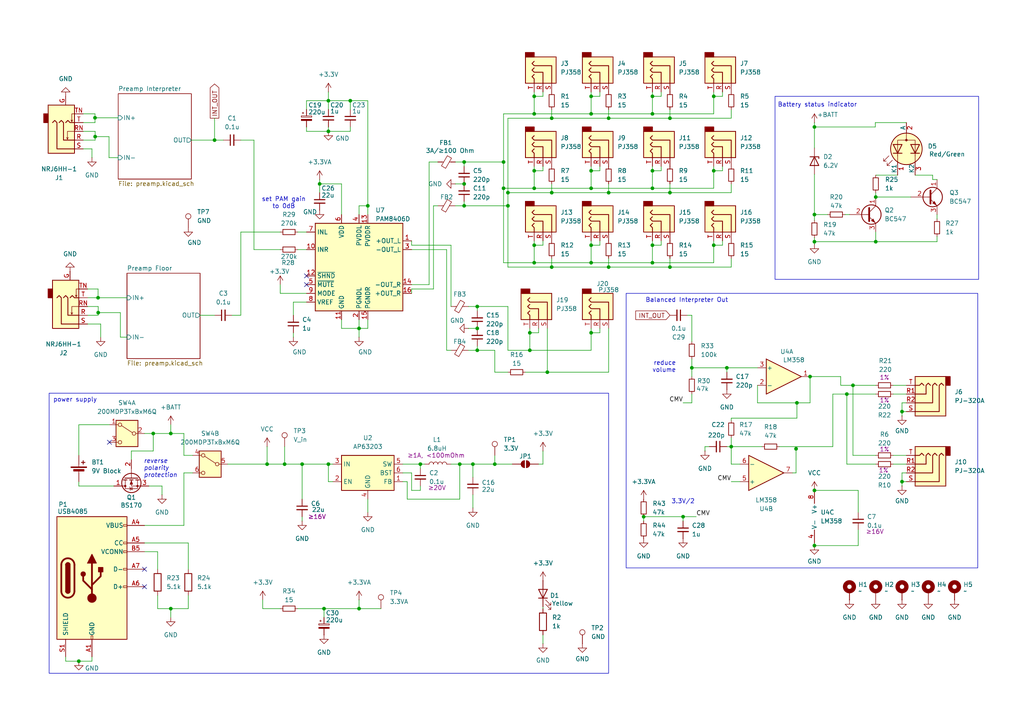
<source format=kicad_sch>
(kicad_sch (version 20231120) (generator "eeschema") (generator_version "8.0")
  (paper "A4")
  (title_block (title "Spider2") (date "2024-03-25") (rev "1"))
  (junction (at 160.02 77.47))
  (junction (at 49.53 125.73))
  (junction (at 171.45 96.52))
  (junction (at 171.45 33.02))
  (junction (at 210.82 106.68))
  (junction (at 49.53 176.53))
  (junction (at 234.95 109.22))
  (junction (at 194.31 55.88))
  (junction (at 171.45 49.53))
  (junction (at 198.12 149.86))
  (junction (at 154.94 71.12))
  (junction (at 82.55 134.62))
  (junction (at 189.23 54.61))
  (junction (at 160.02 34.29))
  (junction (at 104.14 95.25))
  (junction (at 261.62 119.38))
  (junction (at 28.4856 90.678))
  (junction (at 236.22 62.23))
  (junction (at 101.6 29.21))
  (junction (at 207.01 27.94))
  (junction (at 95.25 29.21))
  (junction (at 87.63 134.62))
  (junction (at 77.47 134.62))
  (junction (at 230.886 130.175))
  (junction (at 138.43 88.9))
  (junction (at 200.66 106.68))
  (junction (at 62.23 40.64))
  (junction (at 189.23 76.2))
  (junction (at 154.94 76.2))
  (junction (at 27.5966 39.6327))
  (junction (at 158.75 107.95))
  (junction (at 171.45 54.61))
  (junction (at 137.16 134.62))
  (junction (at 121.92 134.62))
  (junction (at 134.62 53.34))
  (junction (at 146.05 46.99))
  (junction (at 176.53 34.29))
  (junction (at 147.32 55.88))
  (junction (at 171.45 76.2))
  (junction (at 231.14 116.84))
  (junction (at 207.01 71.12))
  (junction (at 154.94 33.02))
  (junction (at 194.31 34.29))
  (junction (at 189.23 27.94))
  (junction (at 171.45 27.94))
  (junction (at 28.4427 86.36))
  (junction (at 194.31 77.47))
  (junction (at 176.53 77.47))
  (junction (at 212.09 129.54))
  (junction (at 44.45 125.73))
  (junction (at 104.14 176.53))
  (junction (at 134.62 46.99))
  (junction (at 134.62 59.69))
  (junction (at 22.86 191.77))
  (junction (at 189.23 49.53))
  (junction (at 236.22 142.24))
  (junction (at 146.05 54.61))
  (junction (at 138.43 101.6))
  (junction (at 92.71 53.34))
  (junction (at 189.23 33.02))
  (junction (at 236.22 36.83))
  (junction (at 95.25 38.1))
  (junction (at 95.25 134.62))
  (junction (at 247.396 111.76))
  (junction (at 186.69 149.86))
  (junction (at 254 70.104))
  (junction (at 138.43 95.25))
  (junction (at 27.5537 34.163))
  (junction (at 143.51 134.62))
  (junction (at 171.45 71.12))
  (junction (at 236.22 70.104))
  (junction (at 154.94 49.53))
  (junction (at 154.94 27.94))
  (junction (at 261.62 139.7))
  (junction (at 245.618 114.3))
  (junction (at 207.01 49.53))
  (junction (at 160.02 55.88))
  (junction (at 147.32 59.69))
  (junction (at 133.35 134.62))
  (junction (at 153.67 96.52))
  (junction (at 236.22 158.242))
  (junction (at 154.94 54.61))
  (junction (at 189.23 71.12))
  (junction (at 106.68 59.69))
  (junction (at 176.53 55.88))
  (junction (at 153.67 101.6))
  (junction (at 93.98 176.53))
  (junction (at 254 57.15))
  (no_connect (at 41.91 165.1))
  (no_connect (at 88.9 82.55))
  (no_connect (at 31.75 128.27))
  (no_connect (at 88.9 80.01))
  (no_connect (at 41.91 170.18))
  (wire (pts (xy 154.94 49.53) (xy 157.48 49.53)))
  (wire (pts (xy 101.6 29.21) (xy 106.68 29.21)))
  (wire (pts (xy 236.22 68.961) (xy 236.22 70.104)))
  (wire (pts (xy 146.05 54.61) (xy 146.05 46.99)))
  (wire (pts (xy 259.08 114.3) (xy 262.89 114.3)))
  (wire (pts (xy 87.63 151.13) (xy 87.63 149.86)))
  (wire (pts (xy 134.62 59.69) (xy 134.62 58.42)))
  (wire (pts (xy 138.43 88.9) (xy 138.43 90.17)))
  (wire (pts (xy 76.2 176.53) (xy 76.2 173.99)))
  (wire (pts (xy 189.23 33.02) (xy 207.01 33.02)))
  (wire (pts (xy 189.23 48.26) (xy 189.23 49.53)))
  (wire (pts (xy 171.45 48.26) (xy 171.45 49.53)))
  (wire (pts (xy 210.82 106.68) (xy 219.71 106.68)))
  (wire (pts (xy 132.08 46.99) (xy 134.62 46.99)))
  (wire (pts (xy 147.32 34.29) (xy 160.02 34.29)))
  (wire (pts (xy 132.08 53.34) (xy 134.62 53.34)))
  (wire (pts (xy 137.16 134.62) (xy 143.51 134.62)))
  (wire (pts (xy 81.28 82.55) (xy 81.28 85.09)))
  (wire (pts (xy 55.499 40.64) (xy 62.23 40.64)))
  (wire (pts (xy 95.25 26.67) (xy 95.25 29.21)))
  (wire (pts (xy 189.23 54.61) (xy 207.01 54.61)))
  (wire (pts (xy 254 67.31) (xy 254 70.104)))
  (wire (pts (xy 34.9156 97.79) (xy 36.83 97.79)))
  (wire (pts (xy 134.62 59.69) (xy 147.32 59.69)))
  (wire (pts (xy 154.94 27.94) (xy 154.94 33.02)))
  (wire (pts (xy 119.38 137.16) (xy 116.84 137.16)))
  (wire (pts (xy 231.14 116.84) (xy 231.14 121.285)))
  (wire (pts (xy 49.53 125.73) (xy 44.45 125.73)))
  (wire (pts (xy 171.45 54.61) (xy 189.23 54.61)))
  (wire (pts (xy 171.45 71.12) (xy 173.99 71.12)))
  (wire (pts (xy 230.886 129.54) (xy 230.886 130.175)))
  (wire (pts (xy 189.23 49.53) (xy 189.23 54.61)))
  (wire (pts (xy 212.09 129.54) (xy 220.98 129.54)))
  (wire (pts (xy 26.67 43.18) (xy 26.67 45.72)))
  (wire (pts (xy 146.05 33.02) (xy 154.94 33.02)))
  (wire (pts (xy 154.94 71.12) (xy 154.94 76.2)))
  (wire (pts (xy 93.98 179.07) (xy 93.98 176.53)))
  (wire (pts (xy 27.5966 38.1) (xy 27.5966 39.6327)))
  (wire (pts (xy 246.38 62.23) (xy 245.11 62.23)))
  (wire (pts (xy 236.22 36.83) (xy 253.873 36.83)))
  (wire (pts (xy 204.47 129.54) (xy 205.74 129.54)))
  (wire (pts (xy 27.5537 33.02) (xy 27.5537 34.163)))
  (wire (pts (xy 189.23 26.67) (xy 189.23 27.94)))
  (wire (pts (xy 147.32 59.69) (xy 147.32 55.88)))
  (wire (pts (xy 212.09 127) (xy 212.09 129.54)))
  (wire (pts (xy 41.91 152.4) (xy 53.34 152.4)))
  (wire (pts (xy 86.36 72.39) (xy 88.9 72.39)))
  (wire (pts (xy 271.78 70.104) (xy 254 70.104)))
  (wire (pts (xy 152.4 107.95) (xy 158.75 107.95)))
  (wire (pts (xy 124.46 82.55) (xy 124.46 46.99)))
  (wire (pts (xy 270.51 50.8) (xy 265.43 50.8)))
  (wire (pts (xy 207.01 48.26) (xy 207.01 49.53)))
  (wire (pts (xy 194.31 77.47) (xy 212.09 77.47)))
  (wire (pts (xy 198.12 149.86) (xy 198.12 151.13)))
  (wire (pts (xy 135.89 95.25) (xy 138.43 95.25)))
  (wire (pts (xy 253.873 35.56) (xy 253.873 36.83)))
  (wire (pts (xy 125.73 59.69) (xy 125.73 83.82)))
  (wire (pts (xy 143.51 134.62) (xy 148.59 134.62)))
  (wire (pts (xy 194.31 77.47) (xy 194.31 74.93)))
  (wire (pts (xy 95.25 134.62) (xy 96.52 134.62)))
  (wire (pts (xy 25.4 93.98) (xy 29.21 93.98)))
  (wire (pts (xy 106.68 92.71) (xy 106.68 95.25)))
  (wire (pts (xy 92.71 52.07) (xy 92.71 53.34)))
  (wire (pts (xy 58.039 91.44) (xy 62.23 91.44)))
  (wire (pts (xy 19.05 191.77) (xy 22.86 191.77)))
  (wire (pts (xy 29.21 93.98) (xy 29.21 97.79)))
  (wire (pts (xy 200.66 116.84) (xy 200.66 114.3)))
  (wire (pts (xy 147.32 101.6) (xy 147.32 88.9)))
  (wire (pts (xy 45.72 176.53) (xy 49.53 176.53)))
  (wire (pts (xy 154.94 69.85) (xy 154.94 71.12)))
  (wire (pts (xy 243.84 111.76) (xy 243.84 109.22)))
  (wire (pts (xy 171.45 76.2) (xy 189.23 76.2)))
  (wire (pts (xy 176.53 55.88) (xy 176.53 53.34)))
  (wire (pts (xy 173.99 49.53) (xy 173.99 48.26)))
  (wire (pts (xy 121.92 134.62) (xy 121.92 135.89)))
  (wire (pts (xy 156.21 96.52) (xy 156.21 95.25)))
  (wire (pts (xy 210.82 106.68) (xy 210.82 107.95)))
  (wire (pts (xy 69.85 67.31) (xy 69.85 91.44)))
  (wire (pts (xy 248.92 148.59) (xy 248.92 142.24)))
  (wire (pts (xy 41.91 157.48) (xy 54.61 157.48)))
  (wire (pts (xy 104.14 92.71) (xy 104.14 95.25)))
  (wire (pts (xy 259.08 111.76) (xy 262.89 111.76)))
  (wire (pts (xy 81.28 85.09) (xy 88.9 85.09)))
  (wire (pts (xy 49.53 179.07) (xy 49.53 176.53)))
  (wire (pts (xy 226.06 129.54) (xy 230.886 129.54)))
  (wire (pts (xy 191.77 49.53) (xy 191.77 48.26)))
  (wire (pts (xy 248.92 158.242) (xy 236.22 158.242)))
  (wire (pts (xy 96.52 139.7) (xy 95.25 139.7)))
  (wire (pts (xy 154.94 71.12) (xy 157.48 71.12)))
  (wire (pts (xy 247.396 111.76) (xy 254 111.76)))
  (wire (pts (xy 171.45 49.53) (xy 171.45 54.61)))
  (wire (pts (xy 137.16 147.32) (xy 137.16 143.51)))
  (wire (pts (xy 261.62 119.38) (xy 262.89 119.38)))
  (wire (pts (xy 176.53 77.47) (xy 194.31 77.47)))
  (wire (pts (xy 134.62 46.99) (xy 146.05 46.99)))
  (wire (pts (xy 234.95 109.22) (xy 234.95 116.84)))
  (wire (pts (xy 66.04 134.62) (xy 77.47 134.62)))
  (wire (pts (xy 154.94 54.61) (xy 171.45 54.61)))
  (wire (pts (xy 171.45 69.85) (xy 171.45 71.12)))
  (wire (pts (xy 207.01 71.12) (xy 209.55 71.12)))
  (wire (pts (xy 101.6 38.1) (xy 101.6 36.83)))
  (wire (pts (xy 171.45 33.02) (xy 189.23 33.02)))
  (wire (pts (xy 254 132.08) (xy 247.396 132.08)))
  (wire (pts (xy 135.89 88.9) (xy 138.43 88.9)))
  (wire (pts (xy 153.67 96.52) (xy 156.21 96.52)))
  (wire (pts (xy 171.45 96.52) (xy 171.45 101.6)))
  (wire (pts (xy 104.14 176.53) (xy 104.14 173.99)))
  (wire (pts (xy 46.99 140.97) (xy 46.99 143.51)))
  (wire (pts (xy 212.09 121.285) (xy 231.14 121.285)))
  (wire (pts (xy 212.09 34.29) (xy 212.09 31.75)))
  (wire (pts (xy 264.16 57.15) (xy 254 57.15)))
  (wire (pts (xy 171.45 27.94) (xy 173.99 27.94)))
  (wire (pts (xy 219.71 111.76) (xy 219.71 116.84)))
  (wire (pts (xy 88.9 29.21) (xy 95.25 29.21)))
  (wire (pts (xy 133.35 144.78) (xy 118.11 144.78)))
  (wire (pts (xy 27.5537 34.163) (xy 34.29 34.163)))
  (wire (pts (xy 176.53 34.29) (xy 176.53 31.75)))
  (wire (pts (xy 19.05 190.5) (xy 19.05 191.77)))
  (wire (pts (xy 104.14 95.25) (xy 104.14 97.79)))
  (wire (pts (xy 194.31 55.88) (xy 212.09 55.88)))
  (wire (pts (xy 158.75 107.95) (xy 158.75 95.25)))
  (wire (pts (xy 53.34 137.16) (xy 55.88 137.16)))
  (wire (pts (xy 236.22 35.56) (xy 236.22 36.83)))
  (wire (pts (xy 176.53 77.47) (xy 176.53 74.93)))
  (wire (pts (xy 147.32 55.88) (xy 160.02 55.88)))
  (wire (pts (xy 261.62 139.7) (xy 261.62 137.16)))
  (wire (pts (xy 157.48 71.12) (xy 157.48 69.85)))
  (wire (pts (xy 189.23 27.94) (xy 189.23 33.02)))
  (wire (pts (xy 34.29 45.72) (xy 31.623 45.72)))
  (wire (pts (xy 55.88 132.08) (xy 53.34 132.08)))
  (wire (pts (xy 189.23 76.2) (xy 207.01 76.2)))
  (wire (pts (xy 53.34 132.08) (xy 53.34 125.73)))
  (wire (pts (xy 200.66 106.68) (xy 210.82 106.68)))
  (wire (pts (xy 212.09 129.54) (xy 212.09 134.62)))
  (wire (pts (xy 146.05 76.2) (xy 146.05 54.61)))
  (wire (pts (xy 34.9156 90.678) (xy 34.9156 97.79)))
  (wire (pts (xy 87.63 134.62) (xy 87.63 144.78)))
  (wire (pts (xy 173.99 71.12) (xy 173.99 69.85)))
  (wire (pts (xy 173.99 96.52) (xy 173.99 95.25)))
  (wire (pts (xy 200.66 99.06) (xy 200.66 91.44)))
  (wire (pts (xy 28.4856 90.678) (xy 34.9156 90.678)))
  (wire (pts (xy 271.78 68.58) (xy 271.78 70.104)))
  (wire (pts (xy 135.89 101.6) (xy 138.43 101.6)))
  (wire (pts (xy 129.54 72.39) (xy 129.54 101.6)))
  (wire (pts (xy 157.48 27.94) (xy 157.48 26.67)))
  (wire (pts (xy 236.22 62.23) (xy 236.22 63.881)))
  (wire (pts (xy 219.71 116.84) (xy 231.14 116.84)))
  (wire (pts (xy 154.94 48.26) (xy 154.94 49.53)))
  (wire (pts (xy 261.62 119.38) (xy 261.62 116.84)))
  (wire (pts (xy 207.01 71.12) (xy 207.01 76.2)))
  (wire (pts (xy 28.4427 86.36) (xy 36.83 86.36)))
  (wire (pts (xy 173.99 27.94) (xy 173.99 26.67)))
  (wire (pts (xy 130.81 134.62) (xy 133.35 134.62)))
  (wire (pts (xy 88.9 67.31) (xy 86.36 67.31)))
  (wire (pts (xy 106.68 59.69) (xy 106.68 29.21)))
  (wire (pts (xy 38.1 133.35) (xy 38.1 130.81)))
  (wire (pts (xy 95.25 29.21) (xy 101.6 29.21)))
  (wire (pts (xy 207.01 27.94) (xy 209.55 27.94)))
  (wire (pts (xy 26.67 191.77) (xy 26.67 190.5)))
  (wire (pts (xy 200.66 91.44) (xy 199.39 91.44)))
  (wire (pts (xy 154.94 27.94) (xy 157.48 27.94)))
  (wire (pts (xy 31.623 45.72) (xy 31.623 39.6327)))
  (wire (pts (xy 99.06 92.71) (xy 99.06 95.25)))
  (wire (pts (xy 200.66 109.22) (xy 200.66 106.68)))
  (wire (pts (xy 77.47 134.62) (xy 77.47 129.54)))
  (wire (pts (xy 243.84 111.76) (xy 247.396 111.76)))
  (wire (pts (xy 24.13 38.1) (xy 27.5966 38.1)))
  (wire (pts (xy 194.31 34.29) (xy 212.09 34.29)))
  (wire (pts (xy 247.396 132.08) (xy 247.396 111.76)))
  (wire (pts (xy 24.13 43.18) (xy 26.67 43.18)))
  (wire (pts (xy 118.11 144.78) (xy 118.11 139.7)))
  (wire (pts (xy 189.23 27.94) (xy 191.77 27.94)))
  (wire (pts (xy 153.67 95.25) (xy 153.67 96.52)))
  (wire (pts (xy 236.22 157.48) (xy 236.22 158.242)))
  (wire (pts (xy 171.45 26.67) (xy 171.45 27.94)))
  (wire (pts (xy 261.62 139.7) (xy 262.89 139.7)))
  (wire (pts (xy 260.35 50.8) (xy 254 50.8)))
  (wire (pts (xy 171.45 95.25) (xy 171.45 96.52)))
  (wire (pts (xy 191.77 27.94) (xy 191.77 26.67)))
  (wire (pts (xy 133.35 134.62) (xy 137.16 134.62)))
  (wire (pts (xy 241.554 114.3) (xy 245.618 114.3)))
  (wire (pts (xy 198.12 116.84) (xy 200.66 116.84)))
  (wire (pts (xy 119.38 83.82) (xy 119.38 85.09)))
  (wire (pts (xy 27.5966 39.6327) (xy 31.623 39.6327)))
  (wire (pts (xy 88.9 36.83) (xy 88.9 38.1)))
  (wire (pts (xy 82.55 129.54) (xy 82.55 134.62)))
  (wire (pts (xy 212.09 55.88) (xy 212.09 53.34)))
  (wire (pts (xy 147.32 77.47) (xy 147.32 59.69)))
  (wire (pts (xy 160.02 55.88) (xy 160.02 53.34)))
  (wire (pts (xy 130.81 71.12) (xy 130.81 88.9)))
  (wire (pts (xy 95.25 139.7) (xy 95.25 134.62)))
  (wire (pts (xy 28.4856 90.678) (xy 28.4856 91.44)))
  (wire (pts (xy 271.78 63.5) (xy 271.78 62.23)))
  (wire (pts (xy 191.77 71.12) (xy 191.77 69.85)))
  (wire (pts (xy 147.32 88.9) (xy 138.43 88.9)))
  (wire (pts (xy 248.92 153.67) (xy 248.92 158.242)))
  (wire (pts (xy 85.09 87.63) (xy 85.09 91.44)))
  (wire (pts (xy 204.47 130.81) (xy 204.47 129.54)))
  (wire (pts (xy 160.02 77.47) (xy 160.02 74.93)))
  (wire (pts (xy 259.08 134.62) (xy 262.89 134.62)))
  (wire (pts (xy 259.08 132.08) (xy 262.89 132.08)))
  (wire (pts (xy 118.11 139.7) (xy 116.84 139.7)))
  (wire (pts (xy 234.95 109.22) (xy 243.84 109.22)))
  (wire (pts (xy 121.92 134.62) (xy 116.84 134.62)))
  (wire (pts (xy 119.38 142.24) (xy 119.38 137.16)))
  (wire (pts (xy 49.53 176.53) (xy 54.61 176.53)))
  (wire (pts (xy 186.69 149.86) (xy 186.69 151.13)))
  (wire (pts (xy 44.45 125.73) (xy 41.91 125.73)))
  (wire (pts (xy 104.14 176.53) (xy 110.49 176.53)))
  (wire (pts (xy 143.51 107.95) (xy 147.32 107.95)))
  (wire (pts (xy 236.22 42.926) (xy 236.22 36.83)))
  (wire (pts (xy 261.62 120.65) (xy 261.62 119.38)))
  (wire (pts (xy 154.94 33.02) (xy 171.45 33.02)))
  (wire (pts (xy 209.55 71.12) (xy 209.55 69.85)))
  (wire (pts (xy 157.48 186.69) (xy 157.48 184.15)))
  (wire (pts (xy 53.34 152.4) (xy 53.34 137.16)))
  (wire (pts (xy 146.05 76.2) (xy 154.94 76.2)))
  (wire (pts (xy 270.51 50.8) (xy 270.51 52.07)))
  (wire (pts (xy 123.19 134.62) (xy 121.92 134.62)))
  (wire (pts (xy 119.38 71.12) (xy 119.38 69.85)))
  (wire (pts (xy 99.06 53.34) (xy 92.71 53.34)))
  (wire (pts (xy 241.554 114.3) (xy 241.554 129.54)))
  (wire (pts (xy 261.62 116.84) (xy 262.89 116.84)))
  (wire (pts (xy 212.09 139.7) (xy 214.63 139.7)))
  (wire (pts (xy 207.01 49.53) (xy 209.55 49.53)))
  (wire (pts (xy 104.14 62.23) (xy 104.14 59.69)))
  (wire (pts (xy 270.51 52.07) (xy 271.78 52.07)))
  (wire (pts (xy 92.71 53.34) (xy 92.71 55.88)))
  (wire (pts (xy 176.53 95.25) (xy 176.53 107.95)))
  (wire (pts (xy 171.45 49.53) (xy 173.99 49.53)))
  (wire (pts (xy 236.22 70.104) (xy 254 70.104)))
  (wire (pts (xy 153.67 101.6) (xy 171.45 101.6)))
  (wire (pts (xy 28.4856 88.9) (xy 28.4856 90.678)))
  (wire (pts (xy 157.48 176.022) (xy 157.48 176.53)))
  (wire (pts (xy 125.73 83.82) (xy 119.38 83.82)))
  (wire (pts (xy 119.38 82.55) (xy 124.46 82.55)))
  (wire (pts (xy 160.02 77.47) (xy 176.53 77.47)))
  (wire (pts (xy 93.98 176.53) (xy 104.14 176.53)))
  (wire (pts (xy 24.13 40.64) (xy 27.5966 40.64)))
  (wire (pts (xy 27.5966 40.64) (xy 27.5966 39.6327)))
  (wire (pts (xy 154.94 49.53) (xy 154.94 54.61)))
  (wire (pts (xy 176.53 34.29) (xy 194.31 34.29)))
  (wire (pts (xy 49.53 123.19) (xy 49.53 125.73)))
  (wire (pts (xy 194.31 55.88) (xy 194.31 53.34)))
  (wire (pts (xy 254 134.62) (xy 245.618 134.62)))
  (wire (pts (xy 214.63 134.62) (xy 212.09 134.62)))
  (wire (pts (xy 210.82 129.54) (xy 212.09 129.54)))
  (wire (pts (xy 119.38 71.12) (xy 130.81 71.12)))
  (wire (pts (xy 261.62 140.97) (xy 261.62 139.7)))
  (wire (pts (xy 95.25 29.21) (xy 95.25 31.75)))
  (wire (pts (xy 95.25 38.1) (xy 101.6 38.1)))
  (wire (pts (xy 138.43 101.6) (xy 138.43 100.33)))
  (wire (pts (xy 25.4 88.9) (xy 28.4856 88.9)))
  (wire (pts (xy 86.36 176.53) (xy 93.98 176.53)))
  (wire (pts (xy 198.12 149.86) (xy 201.93 149.86)))
  (wire (pts (xy 176.53 107.95) (xy 158.75 107.95)))
  (wire (pts (xy 85.09 97.79) (xy 85.09 96.52)))
  (wire (pts (xy 147.32 55.88) (xy 147.32 34.29)))
  (wire (pts (xy 28.4427 83.82) (xy 28.4427 86.36)))
  (wire (pts (xy 54.61 157.48) (xy 54.61 165.1)))
  (wire (pts (xy 88.9 38.1) (xy 95.25 38.1)))
  (wire (pts (xy 156.21 134.62) (xy 157.48 134.62)))
  (wire (pts (xy 85.09 87.63) (xy 88.9 87.63)))
  (wire (pts (xy 46.99 140.97) (xy 43.18 140.97)))
  (wire (pts (xy 22.86 123.19) (xy 22.86 132.08)))
  (wire (pts (xy 234.95 116.84) (xy 231.14 116.84)))
  (wire (pts (xy 231.14 129.54) (xy 231.14 130.175)))
  (wire (pts (xy 160.02 55.88) (xy 176.53 55.88)))
  (wire (pts (xy 88.9 29.21) (xy 88.9 31.75)))
  (wire (pts (xy 138.43 101.6) (xy 143.51 101.6)))
  (wire (pts (xy 157.48 130.81) (xy 157.48 134.62)))
  (wire (pts (xy 207.01 69.85) (xy 207.01 71.12)))
  (wire (pts (xy 240.03 62.23) (xy 236.22 62.23)))
  (wire (pts (xy 171.45 71.12) (xy 171.45 76.2)))
  (wire (pts (xy 121.92 142.24) (xy 119.38 142.24)))
  (wire (pts (xy 132.08 59.69) (xy 134.62 59.69)))
  (wire (pts (xy 236.22 50.546) (xy 236.22 62.23)))
  (wire (pts (xy 22.86 140.97) (xy 22.86 139.7)))
  (wire (pts (xy 194.31 34.29) (xy 194.31 31.75)))
  (wire (pts (xy 95.25 36.83) (xy 95.25 38.1)))
  (wire (pts (xy 209.55 27.94) (xy 209.55 26.67)))
  (wire (pts (xy 176.53 55.88) (xy 194.31 55.88)))
  (wire (pts (xy 27.5537 34.163) (xy 27.5537 35.56)))
  (wire (pts (xy 24.13 33.02) (xy 27.5537 33.02)))
  (wire (pts (xy 160.02 34.29) (xy 160.02 31.75)))
  (wire (pts (xy 207.01 27.94) (xy 207.01 33.02)))
  (wire (pts (xy 77.47 134.62) (xy 82.55 134.62)))
  (wire (pts (xy 76.2 176.53) (xy 81.28 176.53)))
  (wire (pts (xy 38.1 130.81) (xy 44.45 130.81)))
  (wire (pts (xy 124.46 46.99) (xy 127 46.99)))
  (wire (pts (xy 212.09 121.92) (xy 212.09 121.285)))
  (wire (pts (xy 99.06 95.25) (xy 104.14 95.25)))
  (wire (pts (xy 73.66 72.39) (xy 81.28 72.39)))
  (wire (pts (xy 53.34 125.73) (xy 49.53 125.73)))
  (wire (pts (xy 209.55 49.53) (xy 209.55 48.26)))
  (wire (pts (xy 25.4 91.44) (xy 28.4856 91.44)))
  (wire (pts (xy 171.45 96.52) (xy 173.99 96.52)))
  (wire (pts (xy 133.35 134.62) (xy 133.35 144.78)))
  (wire (pts (xy 147.32 77.47) (xy 160.02 77.47)))
  (wire (pts (xy 143.51 132.08) (xy 143.51 134.62)))
  (wire (pts (xy 87.63 134.62) (xy 95.25 134.62)))
  (wire (pts (xy 186.69 149.86) (xy 198.12 149.86)))
  (wire (pts (xy 106.68 95.25) (xy 104.14 95.25)))
  (wire (pts (xy 230.886 130.175) (xy 230.886 137.16)))
  (wire (pts (xy 54.61 176.53) (xy 54.61 172.72)))
  (wire (pts (xy 231.14 130.175) (xy 230.886 130.175)))
  (wire (pts (xy 44.45 130.81) (xy 44.45 125.73)))
  (wire (pts (xy 189.23 69.85) (xy 189.23 71.12)))
  (wire (pts (xy 153.67 101.6) (xy 147.32 101.6)))
  (wire (pts (xy 106.68 62.23) (xy 106.68 59.69)))
  (wire (pts (xy 245.618 134.62) (xy 245.618 114.3)))
  (wire (pts (xy 189.23 71.12) (xy 189.23 76.2)))
  (wire (pts (xy 106.68 148.59) (xy 106.68 144.78)))
  (wire (pts (xy 129.54 101.6) (xy 130.81 101.6)))
  (wire (pts (xy 125.73 59.69) (xy 127 59.69)))
  (wire (pts (xy 154.94 76.2) (xy 171.45 76.2)))
  (wire (pts (xy 87.63 134.62) (xy 82.55 134.62)))
  (wire (pts (xy 24.13 35.56) (xy 27.5537 35.56)))
  (wire (pts (xy 22.86 123.19) (xy 31.75 123.19)))
  (wire (pts (xy 45.72 165.1) (xy 45.72 160.02)))
  (wire (pts (xy 69.85 67.31) (xy 81.28 67.31)))
  (wire (pts (xy 25.4 83.82) (xy 28.4427 83.82)))
  (wire (pts (xy 254 55.88) (xy 254 57.15)))
  (wire (pts (xy 160.02 34.29) (xy 176.53 34.29)))
  (wire (pts (xy 207.01 49.53) (xy 207.01 54.61)))
  (wire (pts (xy 261.62 137.16) (xy 262.89 137.16)))
  (wire (pts (xy 207.01 26.67) (xy 207.01 27.94)))
  (wire (pts (xy 262.89 35.56) (xy 253.873 35.56)))
  (wire (pts (xy 171.45 27.94) (xy 171.45 33.02)))
  (wire (pts (xy 143.51 101.6) (xy 143.51 107.95)))
  (wire (pts (xy 230.886 137.16) (xy 229.87 137.16)))
  (wire (pts (xy 73.66 40.64) (xy 73.66 72.39)))
  (wire (pts (xy 99.06 62.23) (xy 99.06 53.34)))
  (wire (pts (xy 212.09 77.47) (xy 212.09 74.93)))
  (wire (pts (xy 62.23 34.29) (xy 62.23 40.64)))
  (wire (pts (xy 25.4 86.36) (xy 28.4427 86.36)))
  (wire (pts (xy 245.618 114.3) (xy 254 114.3)))
  (wire (pts (xy 45.72 160.02) (xy 41.91 160.02)))
  (wire (pts (xy 157.48 49.53) (xy 157.48 48.26)))
  (wire (pts (xy 146.05 54.61) (xy 154.94 54.61)))
  (wire (pts (xy 22.86 191.77) (xy 26.67 191.77)))
  (wire (pts (xy 200.66 106.68) (xy 200.66 104.14)))
  (wire (pts (xy 189.23 49.53) (xy 191.77 49.53)))
  (wire (pts (xy 248.92 142.24) (xy 236.22 142.24)))
  (wire (pts (xy 33.02 140.97) (xy 22.86 140.97)))
  (wire (pts (xy 69.85 91.44) (xy 67.31 91.44)))
  (wire (pts (xy 154.94 26.67) (xy 154.94 27.94)))
  (wire (pts (xy 236.22 70.866) (xy 236.22 70.104)))
  (wire (pts (xy 73.66 40.64) (xy 69.85 40.64)))
  (wire (pts (xy 134.62 46.99) (xy 134.62 48.26)))
  (wire (pts (xy 62.23 40.64) (xy 64.77 40.64)))
  (wire (pts (xy 106.68 59.69) (xy 104.14 59.69)))
  (wire (pts (xy 101.6 29.21) (xy 101.6 31.75)))
  (wire (pts (xy 189.23 71.12) (xy 191.77 71.12)))
  (wire (pts (xy 45.72 172.72) (xy 45.72 176.53)))
  (wire (pts (xy 121.92 142.24) (xy 121.92 140.97)))
  (wire (pts (xy 146.05 46.99) (xy 146.05 33.02)))
  (wire (pts (xy 119.38 72.39) (xy 129.54 72.39)))
  (wire (pts (xy 137.16 138.43) (xy 137.16 134.62)))
  (wire (pts (xy 231.14 129.54) (xy 241.554 129.54)))
  (wire (pts (xy 153.67 96.52) (xy 153.67 101.6)))
  (rectangle (start 181.61 85.09) (end 283.591 164.719))
  (rectangle (start 224.79 27.94) (end 283.845 81.026))
  (rectangle (start 14.2494 114.046) (end 176.53 195.2752))
  (text "reduce\nvolume" (at 196.088 106.426 0) (effects (font (size 1.27 1.27)) (justify right)))
  (text "Balanced Interpreter Out" (at 187.198 87.884 0) (effects (font (size 1.27 1.27)) (justify left bottom)))
  (text "set PAM gain\nto 0dB" (at 82.296 58.928 0) (effects (font (size 1.27 1.27))))
  (text "reverse\npolarity\nprotection\n" (at 41.656 138.684 0) (effects (font (size 1.27 1.27) (italic yes)) (justify left bottom)))
  (text "Battery status indicator" (at 225.552 31.242 0) (effects (font (size 1.27 1.27)) (justify left bottom)))
  (text "3.3V/2" (at 198.12 145.542 0) (effects (font (size 1.27 1.27))))
  (text "power supply" (at 15.3924 116.7892 0) (effects (font (size 1.27 1.27)) (justify left bottom)))
  (label "CMV" (at 201.93 149.86 0))
  (label "CMV" (at 198.12 116.84 180))
  (label "CMV" (at 212.09 139.7 180))
  (global_label "INT_OUT" (shape input) (at 194.31 91.44 180) (property "Intersheetrefs" "${INTERSHEET_REFS}" (effects (hide yes))))
  (global_label "INT_OUT" (shape output) (at 62.23 34.29 90) (property "Intersheetrefs" "${INTERSHEET_REFS}" (effects (hide yes))))
  (symbol (lib_id "power:GND") (at 92.71 60.96 0) (unit 1)
    (property "Reference" "#PWR018" (effects (hide yes)))
    (property "Value" "GND" (at 89.916 61.468 0))
    (property "Description" "Power symbol creates a global label with name \"GND\" , ground" (effects (hide yes)))
  )
  (symbol (lib_id "Connector_Audio:AudioJack3") (at 157.48 64.77 270) (unit 1)
    (property "Reference" "J13" (at 162.56 61.5949 90) (effects (justify left)))
    (property "Value" "PJ358" (at 162.56 64.1349 90) (effects (justify left)))
    (property "Footprint" "custom:Jack_3.5mm_Hybrid_PJ358_20-1655" (effects (hide yes)))
    (property "Description" "Audio Jack, 3 Poles (Stereo / TRS)" (effects (hide yes)))
  )
  (symbol (lib_id "power:GND") (at 261.62 140.97 0) (unit 1)
    (property "Reference" "#PWR020" (effects (hide yes)))
    (property "Value" "GND" (at 261.62 145.288 0))
    (property "Description" "Power symbol creates a global label with name \"GND\" , ground" (effects (hide yes)))
  )
  (symbol (lib_id "power:GND") (at 104.14 97.79 0) (unit 1)
    (property "Reference" "#PWR06" (effects (hide yes)))
    (property "Value" "GND" (at 105.918 102.108 0))
    (property "Description" "Power symbol creates a global label with name \"GND\" , ground" (effects (hide yes)))
  )
  (symbol (lib_id "Device:C_Small") (at 198.12 153.67 0) (unit 1)
    (property "Reference" "C28" (at 200.66 152.4062 0) (effects (justify left)))
    (property "Value" "1u" (at 200.66 154.9462 0) (effects (justify left)))
    (property "Footprint" "Capacitor_THT:C_Disc_D4.3mm_W1.9mm_P5.00mm" (effects (hide yes)))
    (property "Description" "Unpolarized capacitor, small symbol" (effects (hide yes)))
  )
  (symbol (lib_id "Connector_Audio:AudioJack3") (at 157.48 21.59 270) (unit 1)
    (property "Reference" "J3" (at 162.56 18.4149 90) (effects (justify left)))
    (property "Value" "PJ358" (at 162.56 20.9549 90) (effects (justify left)))
    (property "Footprint" "custom:Jack_3.5mm_Hybrid_PJ358_20-1655" (effects (hide yes)))
    (property "Description" "Audio Jack, 3 Poles (Stereo / TRS)" (effects (hide yes)))
  )
  (symbol (lib_id "Device:R_Small") (at 256.54 132.08 90) (unit 1)
    (property "Reference" "R6" (at 256.54 125.984 90))
    (property "Value" "220" (at 256.54 128.524 90))
    (property "Footprint" "Resistor_THT:R_Axial_DIN0204_L3.6mm_D1.6mm_P5.08mm_Horizontal" (effects (hide yes)))
    (property "Description" "Resistor, small symbol" (effects (hide yes)))
    (property "Note" "1%" (at 256.54 130.302 90))
  )
  (symbol (lib_id "Device:R_Small") (at 236.22 66.421 0) (unit 1)
    (property "Reference" "R19" (at 238.76 65.151 0) (effects (justify left)))
    (property "Value" "47k" (at 238.76 67.691 0) (effects (justify left)))
    (property "Footprint" "Resistor_THT:R_Axial_DIN0207_L6.3mm_D2.5mm_P10.16mm_Horizontal" (effects (hide yes)))
    (property "Description" "Resistor, small symbol" (effects (hide yes)))
  )
  (symbol (lib_id "power:GND") (at 26.67 45.72 0) (unit 1)
    (property "Reference" "#PWR02" (effects (hide yes)))
    (property "Value" "GND" (at 26.67 50.8 0))
    (property "Description" "Power symbol creates a global label with name \"GND\" , ground" (effects (hide yes)))
  )
  (symbol (lib_id "Device:C_Small") (at 138.43 97.79 180) (unit 1)
    (property "Reference" "C18" (at 140.97 96.5135 0) (effects (justify right)))
    (property "Value" "220p" (at 140.97 99.0535 0) (effects (justify right)))
    (property "Footprint" "Capacitor_THT:C_Disc_D3.0mm_W2.0mm_P2.50mm" (effects (hide yes)))
    (property "Description" "Unpolarized capacitor, small symbol" (effects (hide yes)))
  )
  (symbol (lib_id "Connector_Audio:AudioJack3") (at 209.55 21.59 270) (unit 1)
    (property "Reference" "J7" (at 214.63 18.4149 90) (effects (justify left)))
    (property "Value" "PJ358" (at 214.63 20.9549 90) (effects (justify left)))
    (property "Footprint" "custom:Jack_3.5mm_Hybrid_PJ358_20-1655" (effects (hide yes)))
    (property "Description" "Audio Jack, 3 Poles (Stereo / TRS)" (effects (hide yes)))
  )
  (symbol (lib_id "power:GND") (at 135.89 95.25 270) (unit 1)
    (property "Reference" "#PWR010" (effects (hide yes)))
    (property "Value" "GND" (at 134.62 92.964 90) (effects (justify right)))
    (property "Description" "Power symbol creates a global label with name \"GND\" , ground" (effects (hide yes)))
  )
  (symbol (lib_id "power:GND") (at 106.68 148.59 0) (unit 1)
    (property "Reference" "#PWR025" (effects (hide yes)))
    (property "Value" "GND" (at 106.68 153.67 0))
    (property "Description" "Power symbol creates a global label with name \"GND\" , ground" (effects (hide yes)))
  )
  (symbol (lib_id "Switch:SW_DPDT_x2") (at 36.83 125.73 0) (mirror y) (unit 1)
    (property "Reference" "SW4" (at 36.83 116.84 0))
    (property "Value" "200MDP3TxBxM6Q" (at 36.83 119.38 0))
    (property "Footprint" "Button_Switch_THT:SW_Push_2P2T_Vertical_E-Switch_800UDP8P1A1M6" (effects (hide yes)))
    (property "Datasheet" "https://eu.mouser.com/datasheet/2/140/200-3304369.pdf" (effects (hide yes)))
    (property "Description" "Switch, dual pole double throw, separate symbols" (effects (hide yes)))
  )
  (symbol (lib_id "Device:R_Small") (at 186.69 147.32 0) (unit 1) (in_bom no)
    (property "Reference" "R43" (at 189.23 146.0499 0) (effects (justify left)))
    (property "Value" "47k" (at 189.23 148.5899 0) (effects (justify left)))
    (property "Footprint" "Resistor_THT:R_Axial_DIN0207_L6.3mm_D2.5mm_P10.16mm_Horizontal" (effects (hide yes)))
    (property "Description" "Resistor, small symbol" (effects (hide yes)))
  )
  (symbol (lib_id "Connector:TestPoint") (at 82.55 129.54 0) (unit 1) (in_bom no)
    (property "Reference" "TP3" (at 85.09 124.9679 0) (effects (justify left)))
    (property "Value" "V_in" (at 85.09 127.5079 0) (effects (justify left)))
    (property "Footprint" "TestPoint:TestPoint_THTPad_1.5x1.5mm_Drill0.7mm" (effects (hide yes)))
    (property "Description" "test point" (effects (hide yes)))
  )
  (symbol (lib_id "power:GND") (at 46.99 143.51 0) (unit 1)
    (property "Reference" "#PWR01" (effects (hide yes)))
    (property "Value" "GND" (at 46.99 148.59 0))
    (property "Description" "Power symbol creates a global label with name \"GND\" , ground" (effects (hide yes)))
  )
  (symbol (lib_id "power:GND") (at 29.21 97.79 0) (unit 1)
    (property "Reference" "#PWR03" (effects (hide yes)))
    (property "Value" "GND" (at 29.21 102.87 0))
    (property "Description" "Power symbol creates a global label with name \"GND\" , ground" (effects (hide yes)))
  )
  (symbol (lib_id "power:GND") (at 269.24 173.99 0) (unit 1)
    (property "Reference" "#PWR059" (effects (hide yes)))
    (property "Value" "GND" (at 269.24 179.07 0))
    (property "Description" "Power symbol creates a global label with name \"GND\" , ground" (effects (hide yes)))
  )
  (symbol (lib_id "Device:R_Small") (at 223.52 129.54 90) (unit 1)
    (property "Reference" "R18" (at 223.52 123.825 90))
    (property "Value" "47k" (at 223.52 126.365 90))
    (property "Footprint" "Resistor_THT:R_Axial_DIN0207_L6.3mm_D2.5mm_P10.16mm_Horizontal" (effects (hide yes)))
    (property "Description" "Resistor, small symbol" (effects (hide yes)))
  )
  (symbol (lib_id "power:GND") (at 137.16 147.32 0) (unit 1)
    (property "Reference" "#PWR028" (effects (hide yes)))
    (property "Value" "GND" (at 137.16 152.4 0))
    (property "Description" "Power symbol creates a global label with name \"GND\" , ground" (effects (hide yes)))
  )
  (symbol (lib_id "Device:C_Small") (at 121.92 138.43 0) (unit 1)
    (property "Reference" "C2" (at 124.46 137.1662 0) (effects (justify left)))
    (property "Value" "0.1u" (at 124.46 139.7062 0) (effects (justify left)))
    (property "Footprint" "Capacitor_SMD:C_1206_3216Metric_Pad1.33x1.80mm_HandSolder" (effects (hide yes)))
    (property "Description" "Unpolarized capacitor, small symbol" (effects (hide yes)))
    (property "Note" "≥20V" (at 126.746 141.478 0))
  )
  (symbol (lib_id "Connector:TestPoint") (at 54.61 66.04 0) (unit 1) (in_bom no)
    (property "Reference" "TP7" (at 57.15 61.4679 0) (effects (justify left)))
    (property "Value" "GND" (at 57.15 64.0079 0) (effects (justify left)))
    (property "Footprint" "TestPoint:TestPoint_THTPad_4.0x4.0mm_Drill2.0mm" (effects (hide yes)))
    (property "Description" "test point" (effects (hide yes)))
  )
  (symbol (lib_id "Device:C_Small") (at 137.16 140.97 180) (unit 1)
    (property "Reference" "C16" (at 139.7 139.954 0) (effects (justify right)))
    (property "Value" "22u" (at 139.7 141.986 0) (effects (justify right)))
    (property "Footprint" "Capacitor_SMD:C_1206_3216Metric_Pad1.33x1.80mm_HandSolder" (effects (hide yes)))
    (property "Description" "Unpolarized capacitor, small symbol" (effects (hide yes)))
  )
  (symbol (lib_id "Device:R_Small") (at 256.54 114.3 90) (mirror x) (unit 1)
    (property "Reference" "R22" (at 256.54 120.396 90))
    (property "Value" "220" (at 256.54 117.856 90))
    (property "Footprint" "Resistor_THT:R_Axial_DIN0204_L3.6mm_D1.6mm_P5.08mm_Horizontal" (effects (hide yes)))
    (property "Description" "Resistor, small symbol" (effects (hide yes)))
    (property "Note" "1%" (at 256.54 116.078 90))
  )
  (symbol (lib_id "Connector_Audio:AudioJack3") (at 191.77 64.77 270) (unit 1)
    (property "Reference" "J15" (at 196.85 61.5949 90) (effects (justify left)))
    (property "Value" "PJ358" (at 196.85 64.1349 90) (effects (justify left)))
    (property "Footprint" "custom:Jack_3.5mm_Hybrid_PJ358_20-1655" (effects (hide yes)))
    (property "Description" "Audio Jack, 3 Poles (Stereo / TRS)" (effects (hide yes)))
  )
  (symbol (lib_id "power:GND") (at 236.22 158.242 0) (unit 1)
    (property "Reference" "#PWR035" (effects (hide yes)))
    (property "Value" "GND" (at 236.22 162.814 0))
    (property "Description" "Power symbol creates a global label with name \"GND\" , ground" (effects (hide yes)))
  )
  (symbol (lib_id "Device:R_Small") (at 83.82 67.31 90) (unit 1)
    (property "Reference" "R29" (at 83.82 62.23 90))
    (property "Value" "270k" (at 83.82 64.77 90))
    (property "Footprint" "Resistor_THT:R_Axial_DIN0207_L6.3mm_D2.5mm_P7.62mm_Horizontal" (effects (hide yes)))
    (property "Description" "Resistor, small symbol" (effects (hide yes)))
  )
  (symbol (lib_id "Device:D_Zener") (at 236.22 46.736 270) (unit 1)
    (property "Reference" "D2" (at 238.76 45.4659 90) (effects (justify left)))
    (property "Value" "6.2V" (at 238.76 48.0059 90) (effects (justify left)))
    (property "Footprint" "Diode_THT:D_DO-35_SOD27_P7.62mm_Horizontal" (effects (hide yes)))
    (property "Description" "Zener diode" (effects (hide yes)))
  )
  (symbol (lib_id "Device:R_Small") (at 200.66 111.76 180) (unit 1)
    (property "Reference" "R30" (at 202.184 110.49 0) (effects (justify right)))
    (property "Value" "47k" (at 201.93 112.776 0) (effects (justify right)))
    (property "Footprint" "Resistor_THT:R_Axial_DIN0207_L6.3mm_D2.5mm_P10.16mm_Horizontal" (effects (hide yes)))
    (property "Description" "Resistor, small symbol" (effects (hide yes)))
  )
  (symbol (lib_id "power:GND") (at 236.22 70.866 0) (unit 1)
    (property "Reference" "#PWR036" (effects (hide yes)))
    (property "Value" "GND" (at 236.22 75.946 0))
    (property "Description" "Power symbol creates a global label with name \"GND\" , ground" (effects (hide yes)))
  )
  (symbol (lib_id "Device:R_Small") (at 176.53 29.21 0) (unit 1)
    (property "Reference" "R3" (at 179.07 27.9399 0) (effects (justify left)))
    (property "Value" "15" (at 179.07 30.4799 0) (effects (justify left)))
    (property "Footprint" "Resistor_THT:R_Axial_DIN0207_L6.3mm_D2.5mm_P10.16mm_Horizontal" (effects (hide yes)))
    (property "Description" "Resistor, small symbol" (effects (hide yes)))
  )
  (symbol (lib_id "Connector_Audio:AudioJack4") (at 267.97 137.16 180) (unit 1)
    (property "Reference" "J10" (at 276.86 133.9849 0) (effects (justify right)))
    (property "Value" "PJ-320A" (at 276.86 136.5249 0) (effects (justify right)))
    (property "Footprint" "custom:Jack_3.5mm_PJ320A" (effects (hide yes)))
    (property "Datasheet" "https://wmsc.lcsc.com/wmsc/upload/file/pdf/v2/lcsc/2311241628_Hong-Cheng-HC-PJ-320A_C7501806.pdf" (effects (hide yes)))
    (property "Description" "Audio Jack, 4 Poles (TRRS)" (effects (hide yes)))
  )
  (symbol (lib_id "Device:R_Small") (at 186.69 153.67 0) (unit 1) (in_bom no)
    (property "Reference" "R44" (at 189.23 152.3999 0) (effects (justify left)))
    (property "Value" "47k" (at 189.23 154.9399 0) (effects (justify left)))
    (property "Footprint" "Resistor_THT:R_Axial_DIN0207_L6.3mm_D2.5mm_P10.16mm_Horizontal" (effects (hide yes)))
    (property "Description" "Resistor, small symbol" (effects (hide yes)))
  )
  (symbol (lib_id "Transistor_FET:BS170") (at 38.1 138.43 90) (mirror x) (unit 1)
    (property "Reference" "Q1" (at 38.1 144.272 90))
    (property "Value" "BS170" (at 38.1 146.558 90))
    (property "Footprint" "Package_TO_SOT_THT:TO-92_Inline_Wide" (effects (hide yes)))
    (property "Datasheet" "https://www.onsemi.com/pub/Collateral/BS170-D.PDF" (effects (hide yes)))
    (property "Description" "0.5A Id, 60V Vds, N-Channel MOSFET, TO-92" (effects (hide yes)))
    (property "Note" "wide leads (D)" (effects (hide yes)))
  )
  (symbol (lib_id "Device:LED") (at 157.48 172.212 90) (unit 1)
    (property "Reference" "D1" (at 159.512 172.72 90) (effects (justify right)))
    (property "Value" "Yellow" (at 160.02 175.006 90) (effects (justify right)))
    (property "Footprint" "LED_THT:LED_D5.0mm_FlatTop" (effects (hide yes)))
    (property "Description" "Light emitting diode" (effects (hide yes)))
  )
  (symbol (lib_id "power:VCC") (at 77.47 129.54 0) (unit 1)
    (property "Reference" "#PWR021" (effects (hide yes)))
    (property "Value" "VCC" (at 77.47 124.46 0))
    (property "Description" "Power symbol creates a global label with name \"VCC\"" (effects (hide yes)))
  )
  (symbol (lib_id "Device:C_Small") (at 95.25 34.29 0) (unit 1)
    (property "Reference" "C20" (at 95.758 30.48 0) (effects (justify left)))
    (property "Value" "1u" (at 95.758 32.258 0) (effects (justify left)))
    (property "Footprint" "Capacitor_THT:C_Disc_D4.3mm_W1.9mm_P5.00mm" (effects (hide yes)))
    (property "Description" "Unpolarized capacitor, small symbol" (effects (hide yes)))
  )
  (symbol (lib_id "Device:R_Small") (at 194.31 72.39 0) (unit 1)
    (property "Reference" "R14" (at 196.85 71.1199 0) (effects (justify left)))
    (property "Value" "15" (at 196.85 73.6599 0) (effects (justify left)))
    (property "Footprint" "Resistor_THT:R_Axial_DIN0207_L6.3mm_D2.5mm_P10.16mm_Horizontal" (effects (hide yes)))
    (property "Description" "Resistor, small symbol" (effects (hide yes)))
  )
  (symbol (lib_id "Device:R") (at 45.72 168.91 180) (unit 1)
    (property "Reference" "R23" (at 48.26 167.6399 0) (effects (justify right)))
    (property "Value" "5.1k" (at 48.26 170.1799 0) (effects (justify right)))
    (property "Footprint" "Resistor_THT:R_Axial_DIN0207_L6.3mm_D2.5mm_P10.16mm_Horizontal" (effects (hide yes)))
    (property "Description" "Resistor" (effects (hide yes)))
  )
  (symbol (lib_id "Device:R_Small") (at 254 53.34 0) (unit 1)
    (property "Reference" "R25" (at 256.667 52.07 0) (effects (justify left)))
    (property "Value" "1k" (at 256.667 54.61 0) (effects (justify left)))
    (property "Footprint" "Resistor_THT:R_Axial_DIN0207_L6.3mm_D2.5mm_P10.16mm_Horizontal" (effects (hide yes)))
    (property "Description" "Resistor, small symbol" (effects (hide yes)))
  )
  (symbol (lib_id "Regulator_Switching:AP63203WU") (at 106.68 137.16 0) (unit 1)
    (property "Reference" "U2" (at 106.68 127 0))
    (property "Value" "AP63203" (at 106.68 129.54 0))
    (property "Footprint" "Package_TO_SOT_SMD:TSOT-23-6" (effects (hide yes)))
    (property "Datasheet" "https://www.diodes.com/assets/Datasheets/AP63200-AP63201-AP63203-AP63205.pdf" (effects (hide yes)))
    (property "Description" "2A, 1.1MHz Buck DC/DC Converter, fixed 3.3V output voltage, TSOT-23-6" (effects (hide yes)))
  )
  (symbol (lib_id "Device:R_Small") (at 176.53 72.39 0) (unit 1)
    (property "Reference" "R13" (at 179.07 71.1199 0) (effects (justify left)))
    (property "Value" "15" (at 179.07 73.6599 0) (effects (justify left)))
    (property "Footprint" "Resistor_THT:R_Axial_DIN0207_L6.3mm_D2.5mm_P10.16mm_Horizontal" (effects (hide yes)))
    (property "Description" "Resistor, small symbol" (effects (hide yes)))
  )
  (symbol (lib_id "Device:C_Small") (at 87.63 147.32 0) (unit 1)
    (property "Reference" "C6" (at 90.17 146.05 0) (effects (justify left)))
    (property "Value" "22u" (at 90.424 147.828 0) (effects (justify left)))
    (property "Footprint" "Capacitor_SMD:C_1206_3216Metric_Pad1.33x1.80mm_HandSolder" (effects (hide yes)))
    (property "Description" "Unpolarized capacitor, small symbol" (effects (hide yes)))
    (property "Note" "≥16V" (at 91.948 149.86 0))
  )
  (symbol (lib_id "Device:R_Small") (at 160.02 29.21 0) (unit 1)
    (property "Reference" "R1" (at 162.56 27.9399 0) (effects (justify left)))
    (property "Value" "15" (at 162.56 30.4799 0) (effects (justify left)))
    (property "Footprint" "Resistor_THT:R_Axial_DIN0207_L6.3mm_D2.5mm_P10.16mm_Horizontal" (effects (hide yes)))
    (property "Description" "Resistor, small symbol" (effects (hide yes)))
  )
  (symbol (lib_id "Mechanical:MountingHole_Pad") (at 246.38 171.45 0) (unit 1) (exclude_from_sim yes) (in_bom no)
    (property "Reference" "H1" (at 248.92 169.5449 0) (effects (justify left)))
    (property "Value" "~" (at 248.92 171.45 0) (effects (justify left)))
    (property "Footprint" "MountingHole:MountingHole_3.2mm_M3_Pad_Via" (effects (hide yes)))
    (property "Description" "Mounting Hole with connection" (effects (hide yes)))
  )
  (symbol (lib_id "Mechanical:MountingHole_Pad") (at 254 171.45 0) (unit 1) (exclude_from_sim yes) (in_bom no)
    (property "Reference" "H2" (at 256.54 169.5449 0) (effects (justify left)))
    (property "Value" "~" (at 256.54 171.45 0) (effects (justify left)))
    (property "Footprint" "MountingHole:MountingHole_3.2mm_M3_Pad_Via" (effects (hide yes)))
    (property "Description" "Mounting Hole with connection" (effects (hide yes)))
  )
  (symbol (lib_id "Device:R") (at 157.48 180.34 180) (unit 1)
    (property "Reference" "R2" (at 160.1216 179.0699 0) (effects (justify right)))
    (property "Value" "1k" (at 160.1216 181.6099 0) (effects (justify right)))
    (property "Footprint" "Resistor_THT:R_Axial_DIN0207_L6.3mm_D2.5mm_P10.16mm_Horizontal" (effects (hide yes)))
    (property "Description" "Resistor" (effects (hide yes)))
  )
  (symbol (lib_id "power:GND") (at 54.61 66.04 0) (unit 1)
    (property "Reference" "#PWR045" (effects (hide yes)))
    (property "Value" "GND" (at 56.388 70.358 0))
    (property "Description" "Power symbol creates a global label with name \"GND\" , ground" (effects (hide yes)))
  )
  (symbol (lib_id "Mechanical:MountingHole_Pad") (at 276.86 171.45 0) (unit 1) (exclude_from_sim yes) (in_bom no)
    (property "Reference" "H5" (at 279.4 169.5449 0) (effects (justify left)))
    (property "Value" "~" (at 279.4 171.45 0) (effects (justify left)))
    (property "Footprint" "MountingHole:MountingHole_3.2mm_M3_Pad_Via" (effects (hide yes)))
    (property "Description" "Mounting Hole with connection" (effects (hide yes)))
  )
  (symbol (lib_id "Device:R_Small") (at 212.09 29.21 0) (unit 1)
    (property "Reference" "R5" (at 214.63 27.9399 0) (effects (justify left)))
    (property "Value" "15" (at 214.63 30.4799 0) (effects (justify left)))
    (property "Footprint" "Resistor_THT:R_Axial_DIN0207_L6.3mm_D2.5mm_P10.16mm_Horizontal" (effects (hide yes)))
    (property "Description" "Resistor, small symbol" (effects (hide yes)))
  )
  (symbol (lib_id "power:GND") (at 168.91 186.69 0) (unit 1)
    (property "Reference" "#PWR026" (effects (hide yes)))
    (property "Value" "GND" (at 168.91 191.1096 0))
    (property "Description" "Power symbol creates a global label with name \"GND\" , ground" (effects (hide yes)))
  )
  (symbol (lib_id "Device:L") (at 127 134.62 90) (unit 1)
    (property "Reference" "L1" (at 126.746 127.508 90))
    (property "Value" "6.8uH" (at 126.746 130.048 90))
    (property "Footprint" "Inductor_SMD:L_Bourns_SRN6045TA" (effects (hide yes)))
    (property "Description" "Inductor" (effects (hide yes)))
    (property "Note" "≥1A, <100mOhm" (at 126.492 132.08 90))
  )
  (symbol (lib_id "power:+3.3V") (at 76.2 173.99 0) (unit 1)
    (property "Reference" "#PWR029" (effects (hide yes)))
    (property "Value" "+3.3V" (at 76.2 168.91 0))
    (property "Description" "Power symbol creates a global label with name \"+3.3V\"" (effects (hide yes)))
  )
  (symbol (lib_id "Amplifier_Audio:PAM8406D") (at 104.14 77.47 0) (unit 1)
    (property "Reference" "U7" (at 108.8741 60.96 0) (effects (justify left)))
    (property "Value" "PAM8406D" (at 108.8741 63.5 0) (effects (justify left)))
    (property "Footprint" "Package_SO:SOP-16_3.9x9.9mm_P1.27mm" (effects (hide yes)))
    (property "Datasheet" "https://www.diodes.com/assets/Datasheets/PAM8406.pdf" (effects (hide yes)))
    (property "Description" "Filterless Class-D / Class-AB Stereo Audio Amplifier, 5.0W, SOIC-16" (effects (hide yes)))
    (property "Mouser" "https://eu.mouser.com/ProductDetail/621-PAM8406DR" (effects (hide yes)))
  )
  (symbol (lib_id "power:+BATT") (at 236.22 35.56 0) (unit 1)
    (property "Reference" "#PWR034" (effects (hide yes)))
    (property "Value" "+BATT" (at 240.03 33.274 0))
    (property "Description" "Power symbol creates a global label with name \"+BATT\"" (effects (hide yes)))
  )
  (symbol (lib_id "Connector:TestPoint") (at 143.51 132.08 0) (unit 1) (in_bom no)
    (property "Reference" "TP1" (at 146.05 127.5079 0) (effects (justify left)))
    (property "Value" "3.3V" (at 146.05 130.0479 0) (effects (justify left)))
    (property "Footprint" "TestPoint:TestPoint_THTPad_1.5x1.5mm_Drill0.7mm" (effects (hide yes)))
    (property "Description" "test point" (effects (hide yes)))
  )
  (symbol (lib_id "power:GND") (at 246.38 173.99 0) (unit 1)
    (property "Reference" "#PWR040" (effects (hide yes)))
    (property "Value" "GND" (at 246.38 179.07 0))
    (property "Description" "Power symbol creates a global label with name \"GND\" , ground" (effects (hide yes)))
  )
  (symbol (lib_id "Device:LED_Dual_KAK") (at 262.89 43.18 90) (mirror x) (unit 1)
    (property "Reference" "D5" (at 271.78 42.418 90) (effects (justify left)))
    (property "Value" "Red/Green" (at 279.908 44.704 90) (effects (justify left)))
    (property "Footprint" "LED_THT:LED_D5.0mm-3" (effects (hide yes)))
    (property "Datasheet" "https://eu.mouser.com/datasheet/2/216/WP59EGW-CA-54724.pdf" (effects (hide yes)))
    (property "Description" "Dual LED, common anode on pin 2" (effects (hide yes)))
  )
  (symbol (lib_id "Device:C_Small") (at 134.62 50.8 180) (unit 1)
    (property "Reference" "C5" (at 137.16 49.5235 0) (effects (justify right)))
    (property "Value" "220p" (at 137.16 52.0635 0) (effects (justify right)))
    (property "Footprint" "Capacitor_THT:C_Disc_D3.0mm_W2.0mm_P2.50mm" (effects (hide yes)))
    (property "Description" "Unpolarized capacitor, small symbol" (effects (hide yes)))
  )
  (symbol (lib_id "Device:FerriteBead_Small") (at 129.54 46.99 90) (unit 1)
    (property "Reference" "FB1" (at 129.286 41.402 90))
    (property "Value" "3A/≥100 Ohm" (at 130.556 43.688 90))
    (property "Footprint" "Inductor_THT:L_Axial_L7.0mm_D3.3mm_P10.16mm_Horizontal_Fastron_MICC" (effects (hide yes)))
    (property "Description" "Ferrite bead, small symbol" (effects (hide yes)))
  )
  (symbol (lib_id "Device:R_Small") (at 256.54 134.62 90) (mirror x) (unit 1)
    (property "Reference" "R10" (at 256.54 140.716 90))
    (property "Value" "220" (at 256.54 138.176 90))
    (property "Footprint" "Resistor_THT:R_Axial_DIN0204_L3.6mm_D1.6mm_P5.08mm_Horizontal" (effects (hide yes)))
    (property "Description" "Resistor, small symbol" (effects (hide yes)))
    (property "Note" "1%" (at 256.286 136.398 90))
  )
  (symbol (lib_id "power:GND") (at 186.69 156.21 0) (unit 1)
    (property "Reference" "#PWR047" (effects (hide yes)))
    (property "Value" "GND" (at 186.69 161.29 0))
    (property "Description" "Power symbol creates a global label with name \"GND\" , ground" (effects (hide yes)))
  )
  (symbol (lib_id "Device:C_Small") (at 134.62 55.88 180) (unit 1)
    (property "Reference" "C11" (at 137.16 54.6035 0) (effects (justify right)))
    (property "Value" "220p" (at 137.16 57.1435 0) (effects (justify right)))
    (property "Footprint" "Capacitor_THT:C_Disc_D3.0mm_W2.0mm_P2.50mm" (effects (hide yes)))
    (property "Description" "Unpolarized capacitor, small symbol" (effects (hide yes)))
  )
  (symbol (lib_id "Connector:TestPoint") (at 110.49 176.53 0) (unit 1) (in_bom no)
    (property "Reference" "TP4" (at 113.03 171.9579 0) (effects (justify left)))
    (property "Value" "3.3VA" (at 113.03 174.4979 0) (effects (justify left)))
    (property "Footprint" "TestPoint:TestPoint_THTPad_1.5x1.5mm_Drill0.7mm" (effects (hide yes)))
    (property "Description" "test point" (effects (hide yes)))
  )
  (symbol (lib_id "power:GND") (at 204.47 130.81 0) (unit 1)
    (property "Reference" "#PWR039" (effects (hide yes)))
    (property "Value" "GND" (at 204.47 135.89 0))
    (property "Description" "Power symbol creates a global label with name \"GND\" , ground" (effects (hide yes)))
  )
  (symbol (lib_id "Mechanical:MountingHole_Pad") (at 261.62 171.45 0) (unit 1) (exclude_from_sim yes) (in_bom no)
    (property "Reference" "H3" (at 264.16 169.5449 0) (effects (justify left)))
    (property "Value" "~" (at 264.16 171.45 0) (effects (justify left)))
    (property "Footprint" "MountingHole:MountingHole_3.2mm_M3_Pad_Via" (effects (hide yes)))
    (property "Description" "Mounting Hole with connection" (effects (hide yes)))
  )
  (symbol (lib_id "power:+3.3V") (at 81.28 82.55 0) (unit 1)
    (property "Reference" "#PWR04" (effects (hide yes)))
    (property "Value" "+3.3V" (at 81.026 78.74 0))
    (property "Description" "Power symbol creates a global label with name \"+3.3V\"" (effects (hide yes)))
  )
  (symbol (lib_id "power:+3.3VA") (at 92.71 52.07 0) (unit 1)
    (property "Reference" "#PWR017" (effects (hide yes)))
    (property "Value" "+3.3VA" (at 92.71 46.99 0))
    (property "Description" "Power symbol creates a global label with name \"+3.3VA\"" (effects (hide yes)))
  )
  (symbol (lib_id "Amplifier_Operational:NE5532") (at 222.25 137.16 0) (mirror x) (unit 2)
    (property "Reference" "U4" (at 222.25 147.574 0))
    (property "Value" "LM358" (at 222.25 145.034 0))
    (property "Footprint" "Package_DIP:DIP-8_W7.62mm" (effects (hide yes)))
    (property "Datasheet" "https://www.diodes.com/assets/Datasheets/LM358.pdf" (effects (hide yes)))
    (property "Description" "Dual Low-Noise Operational Amplifiers, DIP-8/SOIC-8" (effects (hide yes)))
  )
  (symbol (lib_id "power:GND") (at 49.53 179.07 0) (unit 1)
    (property "Reference" "#PWR08" (effects (hide yes)))
    (property "Value" "GND" (at 49.53 184.15 0))
    (property "Description" "Power symbol creates a global label with name \"GND\" , ground" (effects (hide yes)))
  )
  (symbol (lib_id "power:GND") (at 87.63 151.13 0) (unit 1)
    (property "Reference" "#PWR022" (effects (hide yes)))
    (property "Value" "GND" (at 87.63 156.21 0))
    (property "Description" "Power symbol creates a global label with name \"GND\" , ground" (effects (hide yes)))
  )
  (symbol (lib_id "Device:R_Small") (at 83.82 72.39 90) (unit 1)
    (property "Reference" "R28" (at 83.566 76.2 90))
    (property "Value" "270k" (at 83.82 74.422 90))
    (property "Footprint" "Resistor_THT:R_Axial_DIN0207_L6.3mm_D2.5mm_P7.62mm_Horizontal" (effects (hide yes)))
    (property "Description" "Resistor, small symbol" (effects (hide yes)))
  )
  (symbol (lib_id "Connector_Audio:AudioJack3") (at 156.21 90.17 270) (unit 1)
    (property "Reference" "J19" (at 161.29 86.9949 90) (effects (justify left)))
    (property "Value" "PJ358" (at 161.29 89.5349 90) (effects (justify left)))
    (property "Footprint" "custom:Jack_3.5mm_Hybrid_PJ358_20-1655" (effects (hide yes)))
    (property "Description" "Audio Jack, 3 Poles (Stereo / TRS)" (effects (hide yes)))
  )
  (symbol (lib_id "Device:R") (at 54.61 168.91 180) (unit 1)
    (property "Reference" "R24" (at 57.15 167.6399 0) (effects (justify right)))
    (property "Value" "5.1k" (at 57.15 170.1799 0) (effects (justify right)))
    (property "Footprint" "Resistor_THT:R_Axial_DIN0207_L6.3mm_D2.5mm_P10.16mm_Horizontal" (effects (hide yes)))
    (property "Description" "Resistor" (effects (hide yes)))
  )
  (symbol (lib_id "Connector_Audio:AudioJack3") (at 191.77 43.18 270) (unit 1)
    (property "Reference" "J11" (at 196.85 40.0049 90) (effects (justify left)))
    (property "Value" "PJ358" (at 196.85 42.5449 90) (effects (justify left)))
    (property "Footprint" "custom:Jack_3.5mm_Hybrid_PJ358_20-1655" (effects (hide yes)))
    (property "Description" "Audio Jack, 3 Poles (Stereo / TRS)" (effects (hide yes)))
  )
  (symbol (lib_id "Device:R_Small") (at 160.02 50.8 0) (unit 1)
    (property "Reference" "R7" (at 162.56 49.5299 0) (effects (justify left)))
    (property "Value" "15" (at 162.56 52.0699 0) (effects (justify left)))
    (property "Footprint" "Resistor_THT:R_Axial_DIN0207_L6.3mm_D2.5mm_P10.16mm_Horizontal" (effects (hide yes)))
    (property "Description" "Resistor, small symbol" (effects (hide yes)))
  )
  (symbol (lib_id "Connector_Audio:NRJ6HH-1") (at 20.32 91.44 0) (mirror x) (unit 1)
    (property "Reference" "J2" (at 18.415 102.362 0))
    (property "Value" "NRJ6HH-1" (at 18.415 99.822 0))
    (property "Footprint" "Connector_Audio:Jack_6.35mm_Neutrik_NRJ6HH-1_Horizontal" (effects (hide yes)))
    (property "Datasheet" "https://www.neutrik.com/en/product/nrj6hh-1" (effects (hide yes)))
    (property "Description" "Slim Jacks, 6.35mm (1/4in) stereo jack, switched, half threaded nose, sleeve contact/front panel connection" (effects (hide yes)))
  )
  (symbol (lib_id "power:GND") (at 157.48 186.69 0) (unit 1)
    (property "Reference" "#PWR015" (effects (hide yes)))
    (property "Value" "GND" (at 157.48 191.516 0))
    (property "Description" "Power symbol creates a global label with name \"GND\" , ground" (effects (hide yes)))
  )
  (symbol (lib_id "Device:R_Small") (at 149.86 107.95 90) (unit 1)
    (property "Reference" "R16" (at 149.86 102.87 90))
    (property "Value" "15" (at 149.86 105.41 90))
    (property "Footprint" "Resistor_THT:R_Axial_DIN0207_L6.3mm_D2.5mm_P10.16mm_Horizontal" (effects (hide yes)))
    (property "Description" "Resistor, small symbol" (effects (hide yes)))
  )
  (symbol (lib_id "Device:C_Small") (at 85.09 93.98 180) (unit 1)
    (property "Reference" "C4" (at 87.63 92.7035 0) (effects (justify right)))
    (property "Value" "1u" (at 87.63 95.2435 0) (effects (justify right)))
    (property "Footprint" "Capacitor_THT:C_Disc_D4.3mm_W1.9mm_P5.00mm" (effects (hide yes)))
    (property "Description" "Unpolarized capacitor, small symbol" (effects (hide yes)))
  )
  (symbol (lib_id "power:GND") (at 85.09 97.79 0) (unit 1)
    (property "Reference" "#PWR012" (effects (hide yes)))
    (property "Value" "GND" (at 86.868 102.108 0))
    (property "Description" "Power symbol creates a global label with name \"GND\" , ground" (effects (hide yes)))
  )
  (symbol (lib_id "Connector_Audio:AudioJack3") (at 173.99 21.59 270) (unit 1)
    (property "Reference" "J4" (at 179.07 18.4149 90) (effects (justify left)))
    (property "Value" "PJ358" (at 179.07 20.9549 90) (effects (justify left)))
    (property "Footprint" "custom:Jack_3.5mm_Hybrid_PJ358_20-1655" (effects (hide yes)))
    (property "Description" "Audio Jack, 3 Poles (Stereo / TRS)" (effects (hide yes)))
  )
  (symbol (lib_id "Device:R_Small") (at 194.31 50.8 0) (unit 1)
    (property "Reference" "R9" (at 196.85 49.5299 0) (effects (justify left)))
    (property "Value" "15" (at 196.85 52.0699 0) (effects (justify left)))
    (property "Footprint" "Resistor_THT:R_Axial_DIN0207_L6.3mm_D2.5mm_P10.16mm_Horizontal" (effects (hide yes)))
    (property "Description" "Resistor, small symbol" (effects (hide yes)))
  )
  (symbol (lib_id "power:GND") (at 261.62 173.99 0) (unit 1)
    (property "Reference" "#PWR058" (effects (hide yes)))
    (property "Value" "GND" (at 261.62 179.07 0))
    (property "Description" "Power symbol creates a global label with name \"GND\" , ground" (effects (hide yes)))
  )
  (symbol (lib_id "power:+3.3V") (at 95.25 26.67 0) (unit 1)
    (property "Reference" "#PWR07" (effects (hide yes)))
    (property "Value" "+3.3V" (at 95.25 21.59 0))
    (property "Description" "Power symbol creates a global label with name \"+3.3V\"" (effects (hide yes)))
  )
  (symbol (lib_id "power:+3.3V") (at 157.48 130.81 0) (unit 1)
    (property "Reference" "#PWR027" (effects (hide yes)))
    (property "Value" "+3.3V" (at 157.48 125.73 0))
    (property "Description" "Power symbol creates a global label with name \"+3.3V\"" (effects (hide yes)))
  )
  (symbol (lib_id "Device:R_Small") (at 256.54 111.76 90) (unit 1)
    (property "Reference" "R21" (at 256.794 104.648 90))
    (property "Value" "220" (at 256.794 107.188 90))
    (property "Footprint" "Resistor_THT:R_Axial_DIN0204_L3.6mm_D1.6mm_P5.08mm_Horizontal" (effects (hide yes)))
    (property "Description" "Resistor, small symbol" (effects (hide yes)))
    (property "Note" "1%" (at 256.54 109.474 90))
  )
  (symbol (lib_id "Device:C_Small") (at 138.43 92.71 180) (unit 1)
    (property "Reference" "C15" (at 140.97 91.4335 0) (effects (justify right)))
    (property "Value" "220p" (at 140.97 93.9735 0) (effects (justify right)))
    (property "Footprint" "Capacitor_THT:C_Disc_D3.0mm_W2.0mm_P2.50mm" (effects (hide yes)))
    (property "Description" "Unpolarized capacitor, small symbol" (effects (hide yes)))
  )
  (symbol (lib_id "Device:FerriteBead_Small") (at 129.54 59.69 90) (unit 1)
    (property "Reference" "FB2" (at 129.54 57.15 90))
    (property "Value" "3A/≥100 Ohm" (effects (hide yes)))
    (property "Footprint" "Inductor_THT:L_Axial_L7.0mm_D3.3mm_P10.16mm_Horizontal_Fastron_MICC" (effects (hide yes)))
    (property "Description" "Ferrite bead, small symbol" (effects (hide yes)))
  )
  (symbol (lib_id "Device:Battery_Cell") (at 22.86 137.16 0) (unit 1)
    (property "Reference" "BT1" (at 26.5176 134.0484 0) (effects (justify left)))
    (property "Value" "9V Block" (at 26.5176 136.5884 0) (effects (justify left)))
    (property "Footprint" "Connector_PinHeader_2.54mm:PinHeader_1x02_P2.54mm_Vertical" (effects (hide yes)))
    (property "Description" "Single-cell battery" (effects (hide yes)))
  )
  (symbol (lib_id "Device:R_Small") (at 176.53 50.8 0) (unit 1)
    (property "Reference" "R8" (at 179.07 49.5299 0) (effects (justify left)))
    (property "Value" "15" (at 179.07 52.0699 0) (effects (justify left)))
    (property "Footprint" "Resistor_THT:R_Axial_DIN0207_L6.3mm_D2.5mm_P10.16mm_Horizontal" (effects (hide yes)))
    (property "Description" "Resistor, small symbol" (effects (hide yes)))
  )
  (symbol (lib_id "Device:R_Small") (at 83.82 176.53 90) (unit 1)
    (property "Reference" "R34" (at 83.82 171.45 90))
    (property "Value" "15" (at 83.82 173.99 90))
    (property "Footprint" "Resistor_THT:R_Axial_DIN0207_L6.3mm_D2.5mm_P10.16mm_Horizontal" (effects (hide yes)))
    (property "Description" "Resistor, small symbol" (effects (hide yes)))
  )
  (symbol (lib_id "power:+3.3V") (at 157.48 168.402 0) (unit 1)
    (property "Reference" "#PWR054" (effects (hide yes)))
    (property "Value" "+3.3V" (at 157.48 163.322 0))
    (property "Description" "Power symbol creates a global label with name \"+3.3V\"" (effects (hide yes)))
  )
  (symbol (lib_id "Device:C_Small") (at 196.85 91.44 270) (mirror x) (unit 1)
    (property "Reference" "C29" (at 196.8436 97.79 90))
    (property "Value" "0.1u" (at 196.8436 95.25 90))
    (property "Footprint" "Capacitor_THT:C_Disc_D4.3mm_W1.9mm_P5.00mm" (effects (hide yes)))
    (property "Description" "Unpolarized capacitor, small symbol" (effects (hide yes)))
  )
  (symbol (lib_id "power:+3.3VA") (at 186.69 144.78 0) (unit 1)
    (property "Reference" "#PWR033" (effects (hide yes)))
    (property "Value" "+3.3VA" (at 186.69 139.7 0))
    (property "Description" "Power symbol creates a global label with name \"+3.3VA\"" (effects (hide yes)))
  )
  (symbol (lib_id "power:GND") (at 22.86 191.77 0) (unit 1)
    (property "Reference" "#PWR011" (effects (hide yes)))
    (property "Value" "GND" (at 26.67 193.802 0))
    (property "Description" "Power symbol creates a global label with name \"GND\" , ground" (effects (hide yes)))
  )
  (symbol (lib_id "Transistor_BJT:BC547") (at 269.24 57.15 0) (unit 1)
    (property "Reference" "Q3" (at 275.336 55.88 0) (effects (justify left)))
    (property "Value" "BC547" (at 275.336 58.42 0) (effects (justify left)))
    (property "Footprint" "Package_TO_SOT_THT:TO-92_Inline_Wide" (effects (hide yes)))
    (property "Datasheet" "https://diotec.com/request/datasheet/bc546.pdf" (effects (hide yes)))
    (property "Description" "0.1A Ic, 45V Vce, Small Signal NPN Transistor, TO-92" (effects (hide yes)))
  )
  (symbol (lib_id "Transistor_BJT:BC547") (at 251.46 62.23 0) (unit 1)
    (property "Reference" "Q2" (at 256.54 60.9599 0) (effects (justify left)))
    (property "Value" "BC547" (at 256.54 63.4999 0) (effects (justify left)))
    (property "Footprint" "Package_TO_SOT_THT:TO-92_Inline_Wide" (effects (hide yes)))
    (property "Datasheet" "https://diotec.com/request/datasheet/bc546.pdf" (effects (hide yes)))
    (property "Description" "0.1A Ic, 45V Vce, Small Signal NPN Transistor, TO-92" (effects (hide yes)))
  )
  (symbol (lib_id "Device:C_Polarized_Small") (at 88.9 34.29 0) (unit 1)
    (property "Reference" "C19" (at 89.408 30.48 0) (effects (justify left)))
    (property "Value" "220u" (at 89.408 32.512 0) (effects (justify left)))
    (property "Footprint" "Capacitor_THT:CP_Radial_D6.3mm_P2.50mm" (effects (hide yes)))
    (property "Description" "Polarized capacitor, small symbol" (effects (hide yes)))
  )
  (symbol (lib_id "Device:R_Small") (at 200.66 101.6 180) (unit 1)
    (property "Reference" "R33" (at 203.2 100.3299 0) (effects (justify right)))
    (property "Value" "100k" (at 203.2 102.8699 0) (effects (justify right)))
    (property "Footprint" "Resistor_THT:R_Axial_DIN0207_L6.3mm_D2.5mm_P10.16mm_Horizontal" (effects (hide yes)))
    (property "Description" "Resistor, small symbol" (effects (hide yes)))
  )
  (symbol (lib_id "Device:FerriteBead_Small") (at 133.35 101.6 90) (unit 1)
    (property "Reference" "FB4" (at 133.35 99.06 90))
    (property "Value" "3A/≥100 Ohm" (effects (hide yes)))
    (property "Footprint" "Inductor_THT:L_Axial_L7.0mm_D3.3mm_P10.16mm_Horizontal_Fastron_MICC" (effects (hide yes)))
    (property "Description" "Ferrite bead, small symbol" (effects (hide yes)))
  )
  (symbol (lib_id "power:GND") (at 95.25 38.1 0) (unit 1)
    (property "Reference" "#PWR013" (effects (hide yes)))
    (property "Value" "GND" (at 99.314 40.132 0))
    (property "Description" "Power symbol creates a global label with name \"GND\" , ground" (effects (hide yes)))
  )
  (symbol (lib_id "Device:C_Small") (at 67.31 40.64 90) (unit 1)
    (property "Reference" "C1" (at 67.3163 34.29 90))
    (property "Value" "0.1u" (at 67.3163 36.83 90))
    (property "Footprint" "Capacitor_THT:C_Disc_D4.3mm_W1.9mm_P5.00mm" (effects (hide yes)))
    (property "Description" "Unpolarized capacitor, small symbol" (effects (hide yes)))
  )
  (symbol (lib_id "Mechanical:MountingHole_Pad") (at 269.24 171.45 0) (unit 1) (exclude_from_sim yes) (in_bom no)
    (property "Reference" "H4" (at 271.78 169.5449 0) (effects (justify left)))
    (property "Value" "~" (at 271.78 171.45 0) (effects (justify left)))
    (property "Footprint" "MountingHole:MountingHole_3.2mm_M3_Pad_Via" (effects (hide yes)))
    (property "Description" "Mounting Hole with connection" (effects (hide yes)))
  )
  (symbol (lib_id "Device:C_Polarized_Small") (at 93.98 181.61 0) (unit 1)
    (property "Reference" "C30" (at 94.488 177.8 0) (effects (justify left)))
    (property "Value" "220u" (at 94.488 179.832 0) (effects (justify left)))
    (property "Footprint" "Capacitor_THT:CP_Radial_D6.3mm_P2.50mm" (effects (hide yes)))
    (property "Description" "Polarized capacitor, small symbol" (effects (hide yes)))
  )
  (symbol (lib_id "Device:C_Small") (at 208.28 129.54 270) (unit 1)
    (property "Reference" "C22" (at 208.2736 123.19 90))
    (property "Value" "220p" (at 207.772 126.238 90))
    (property "Footprint" "Capacitor_THT:C_Disc_D3.0mm_W2.0mm_P2.50mm" (effects (hide yes)))
    (property "Description" "Unpolarized capacitor, small symbol" (effects (hide yes)))
  )
  (symbol (lib_id "power:GND") (at 19.05 27.94 180) (unit 1)
    (property "Reference" "#PWR049" (effects (hide yes)))
    (property "Value" "GND" (at 19.05 22.86 0))
    (property "Description" "Power symbol creates a global label with name \"GND\" , ground" (effects (hide yes)))
  )
  (symbol (lib_id "Device:R_Small") (at 160.02 72.39 0) (unit 1)
    (property "Reference" "R12" (at 162.56 71.1199 0) (effects (justify left)))
    (property "Value" "15" (at 162.56 73.6599 0) (effects (justify left)))
    (property "Footprint" "Resistor_THT:R_Axial_DIN0207_L6.3mm_D2.5mm_P10.16mm_Horizontal" (effects (hide yes)))
    (property "Description" "Resistor, small symbol" (effects (hide yes)))
  )
  (symbol (lib_id "Connector_Audio:AudioJack3") (at 209.55 64.77 270) (unit 1)
    (property "Reference" "J16" (at 214.63 61.5949 90) (effects (justify left)))
    (property "Value" "PJ358" (at 214.63 64.1349 90) (effects (justify left)))
    (property "Footprint" "custom:Jack_3.5mm_Hybrid_PJ358_20-1655" (effects (hide yes)))
    (property "Description" "Audio Jack, 3 Poles (Stereo / TRS)" (effects (hide yes)))
  )
  (symbol (lib_id "power:GND") (at 210.82 113.03 0) (unit 1)
    (property "Reference" "#PWR05" (effects (hide yes)))
    (property "Value" "GND" (at 210.82 118.11 0))
    (property "Description" "Power symbol creates a global label with name \"GND\" , ground" (effects (hide yes)))
  )
  (symbol (lib_id "Jumper:SolderJumper_2_Open") (at 152.4 134.62 0) (unit 1) (exclude_from_sim yes) (in_bom no)
    (property "Reference" "JP1" (at 152.4 132.334 0))
    (property "Footprint" "Jumper:SolderJumper-2_P1.3mm_Open_RoundedPad1.0x1.5mm" (effects (hide yes)))
    (property "Description" "Solder Jumper, 2-pole, open" (effects (hide yes)))
  )
  (symbol (lib_id "power:GND") (at 261.62 120.65 0) (unit 1)
    (property "Reference" "#PWR037" (effects (hide yes)))
    (property "Value" "GND" (at 261.62 124.968 0))
    (property "Description" "Power symbol creates a global label with name \"GND\" , ground" (effects (hide yes)))
  )
  (symbol (lib_id "Connector_Audio:AudioJack3") (at 173.99 90.17 270) (unit 1)
    (property "Reference" "J20" (at 172.974 82.296 90) (effects (justify left)))
    (property "Value" "PJ358" (at 173.482 84.074 90) (effects (justify left)))
    (property "Footprint" "custom:Jack_3.5mm_Hybrid_PJ358_20-1655" (effects (hide yes)))
    (property "Description" "Audio Jack, 3 Poles (Stereo / TRS)" (effects (hide yes)))
  )
  (symbol (lib_id "power:GND") (at 198.12 156.21 0) (unit 1)
    (property "Reference" "#PWR048" (effects (hide yes)))
    (property "Value" "GND" (at 198.12 161.29 0))
    (property "Description" "Power symbol creates a global label with name \"GND\" , ground" (effects (hide yes)))
  )
  (symbol (lib_id "power:VCC") (at 236.22 142.24 0) (unit 1)
    (property "Reference" "#PWR032" (effects (hide yes)))
    (property "Value" "VCC" (at 236.22 137.16 0))
    (property "Description" "Power symbol creates a global label with name \"VCC\"" (effects (hide yes)))
  )
  (symbol (lib_id "Amplifier_Operational:NE5532") (at 227.33 109.22 0) (unit 1)
    (property "Reference" "U4" (at 228.219 101.981 0))
    (property "Value" "LM358" (at 230.251 104.394 0))
    (property "Footprint" "Package_DIP:DIP-8_W7.62mm" (effects (hide yes)))
    (property "Datasheet" "https://www.diodes.com/assets/Datasheets/LM358.pdf" (effects (hide yes)))
    (property "Description" "Dual Low-Noise Operational Amplifiers, DIP-8/SOIC-8" (effects (hide yes)))
  )
  (symbol (lib_id "Device:R_Small") (at 194.31 29.21 0) (unit 1)
    (property "Reference" "R4" (at 196.85 27.9399 0) (effects (justify left)))
    (property "Value" "15" (at 196.85 30.4799 0) (effects (justify left)))
    (property "Footprint" "Resistor_THT:R_Axial_DIN0207_L6.3mm_D2.5mm_P10.16mm_Horizontal" (effects (hide yes)))
    (property "Description" "Resistor, small symbol" (effects (hide yes)))
  )
  (symbol (lib_id "Device:R_Small") (at 212.09 72.39 0) (unit 1)
    (property "Reference" "R15" (at 214.63 71.1199 0) (effects (justify left)))
    (property "Value" "15" (at 214.63 73.6599 0) (effects (justify left)))
    (property "Footprint" "Resistor_THT:R_Axial_DIN0207_L6.3mm_D2.5mm_P10.16mm_Horizontal" (effects (hide yes)))
    (property "Description" "Resistor, small symbol" (effects (hide yes)))
  )
  (symbol (lib_id "Device:C_Small") (at 248.92 151.13 0) (unit 1)
    (property "Reference" "C7" (at 251.46 149.8662 0) (effects (justify left)))
    (property "Value" "0.1u" (at 251.46 152.4062 0) (effects (justify left)))
    (property "Footprint" "Capacitor_THT:C_Disc_D4.3mm_W1.9mm_P5.00mm" (effects (hide yes)))
    (property "Description" "Unpolarized capacitor, small symbol" (effects (hide yes)))
    (property "Note" "≥16V" (at 253.746 154.178 0))
  )
  (symbol (lib_id "Device:R_Small") (at 242.57 62.23 90) (unit 1)
    (property "Reference" "R20" (at 242.57 57.15 90))
    (property "Value" "47k" (at 242.57 59.69 90))
    (property "Footprint" "Resistor_THT:R_Axial_DIN0207_L6.3mm_D2.5mm_P10.16mm_Horizontal" (effects (hide yes)))
    (property "Description" "Resistor, small symbol" (effects (hide yes)))
  )
  (symbol (lib_id "Connector_Audio:AudioJack4") (at 267.97 116.84 180) (unit 1)
    (property "Reference" "J6" (at 276.86 113.6649 0) (effects (justify right)))
    (property "Value" "PJ-320A" (at 276.86 116.2049 0) (effects (justify right)))
    (property "Footprint" "custom:Jack_3.5mm_PJ320A" (effects (hide yes)))
    (property "Datasheet" "https://wmsc.lcsc.com/wmsc/upload/file/pdf/v2/lcsc/2311241628_Hong-Cheng-HC-PJ-320A_C7501806.pdf" (effects (hide yes)))
    (property "Description" "Audio Jack, 4 Poles (TRRS)" (effects (hide yes)))
  )
  (symbol (lib_id "Amplifier_Operational:NE5532") (at 238.76 149.86 0) (unit 3)
    (property "Reference" "U4" (at 237.998 148.59 0) (effects (justify left)))
    (property "Value" "LM358" (at 237.998 151.13 0) (effects (justify left)))
    (property "Footprint" "Package_DIP:DIP-8_W7.62mm" (effects (hide yes)))
    (property "Datasheet" "https://www.diodes.com/assets/Datasheets/LM358.pdf" (effects (hide yes)))
    (property "Description" "Dual Low-Noise Operational Amplifiers, DIP-8/SOIC-8" (effects (hide yes)))
  )
  (symbol (lib_id "Switch:SW_DPDT_x2") (at 60.96 134.62 0) (mirror y) (unit 2)
    (property "Reference" "SW4" (at 60.96 125.73 0))
    (property "Value" "200MDP3TxBxM6Q" (at 60.96 128.27 0))
    (property "Footprint" "Button_Switch_THT:SW_Push_2P2T_Vertical_E-Switch_800UDP8P1A1M6" (effects (hide yes)))
    (property "Datasheet" "https://eu.mouser.com/datasheet/2/140/200-3304369.pdf" (effects (hide yes)))
    (property "Description" "Switch, dual pole double throw, separate symbols" (effects (hide yes)))
  )
  (symbol (lib_id "Device:FerriteBead_Small") (at 133.35 88.9 90) (unit 1)
    (property "Reference" "FB3" (at 133.35 85.344 90))
    (property "Value" "3A/≥100 Ohm" (effects (hide yes)))
    (property "Footprint" "Inductor_THT:L_Axial_L7.0mm_D3.3mm_P10.16mm_Horizontal_Fastron_MICC" (effects (hide yes)))
    (property "Description" "Ferrite bead, small symbol" (effects (hide yes)))
  )
  (symbol (lib_id "Connector:TestPoint") (at 168.91 186.69 0) (unit 1) (in_bom no)
    (property "Reference" "TP2" (at 171.45 182.1179 0) (effects (justify left)))
    (property "Value" "GND" (at 171.45 184.6579 0) (effects (justify left)))
    (property "Footprint" "TestPoint:TestPoint_THTPad_2.5x2.5mm_Drill1.2mm" (effects (hide yes)))
    (property "Description" "test point" (effects (hide yes)))
  )
  (symbol (lib_id "power:GND") (at 20.32 78.74 180) (unit 1)
    (property "Reference" "#PWR014" (effects (hide yes)))
    (property "Value" "GND" (at 20.32 73.66 0))
    (property "Description" "Power symbol creates a global label with name \"GND\" , ground" (effects (hide yes)))
  )
  (symbol (lib_id "power:GND") (at 132.08 53.34 270) (unit 1)
    (property "Reference" "#PWR09" (effects (hide yes)))
    (property "Value" "GND" (at 128.27 53.3399 90) (effects (justify right)))
    (property "Description" "Power symbol creates a global label with name \"GND\" , ground" (effects (hide yes)))
  )
  (symbol (lib_id "Connector:USB_C_Plug_USB2.0") (at 26.67 167.64 0) (unit 1)
    (property "Reference" "P1" (at 18.288 146.304 0))
    (property "Value" "USB4085" (at 21.082 148.336 0))
    (property "Footprint" "Connector_USB:USB_C_Receptacle_GCT_USB4085" (effects (hide yes)))
    (property "Datasheet" "https://www.mouser.de/datasheet/2/837/GCT_usb4085-3240028.pdf" (effects (hide yes)))
    (property "Description" "USB 2.0-only Type-C Plug connector" (effects (hide yes)))
  )
  (symbol (lib_id "Device:C_Small") (at 210.82 110.49 180) (unit 1)
    (property "Reference" "C17" (at 213.36 109.2135 0) (effects (justify right)))
    (property "Value" "220p" (at 213.36 111.7535 0) (effects (justify right)))
    (property "Footprint" "Capacitor_THT:C_Disc_D3.0mm_W2.0mm_P2.50mm" (effects (hide yes)))
    (property "Description" "Unpolarized capacitor, small symbol" (effects (hide yes)))
  )
  (symbol (lib_id "Connector_Audio:NRJ6HH-1") (at 19.05 40.64 0) (mirror x) (unit 1)
    (property "Reference" "J1" (at 17.145 51.562 0))
    (property "Value" "NRJ6HH-1" (at 17.145 49.022 0))
    (property "Footprint" "Connector_Audio:Jack_6.35mm_Neutrik_NRJ6HH-1_Horizontal" (effects (hide yes)))
    (property "Datasheet" "https://www.neutrik.com/en/product/nrj6hh-1" (effects (hide yes)))
    (property "Description" "Slim Jacks, 6.35mm (1/4in) stereo jack, switched, half threaded nose, sleeve contact/front panel connection" (effects (hide yes)))
  )
  (symbol (lib_id "Device:R_Small") (at 271.78 66.04 0) (unit 1)
    (property "Reference" "R27" (at 274.193 64.77 0) (effects (justify left)))
    (property "Value" "1k" (at 274.193 67.31 0) (effects (justify left)))
    (property "Footprint" "Resistor_THT:R_Axial_DIN0207_L6.3mm_D2.5mm_P10.16mm_Horizontal" (effects (hide yes)))
    (property "Description" "Resistor, small symbol" (effects (hide yes)))
  )
  (symbol (lib_id "power:+BATT") (at 49.53 123.19 0) (unit 1)
    (property "Reference" "#PWR019" (effects (hide yes)))
    (property "Value" "+BATT" (at 49.53 118.11 0))
    (property "Description" "Power symbol creates a global label with name \"+BATT\"" (effects (hide yes)))
  )
  (symbol (lib_id "Device:C_Small") (at 64.77 91.44 90) (unit 1)
    (property "Reference" "C3" (at 64.7763 85.09 90))
    (property "Value" "0.1u" (at 64.7763 87.63 90))
    (property "Footprint" "Capacitor_THT:C_Disc_D4.3mm_W1.9mm_P5.00mm" (effects (hide yes)))
    (property "Description" "Unpolarized capacitor, small symbol" (effects (hide yes)))
  )
  (symbol (lib_id "Connector_Audio:AudioJack3") (at 209.55 43.18 270) (unit 1)
    (property "Reference" "J12" (at 214.63 40.0049 90) (effects (justify left)))
    (property "Value" "PJ358" (at 214.63 42.5449 90) (effects (justify left)))
    (property "Footprint" "custom:Jack_3.5mm_Hybrid_PJ358_20-1655" (effects (hide yes)))
    (property "Description" "Audio Jack, 3 Poles (Stereo / TRS)" (effects (hide yes)))
  )
  (symbol (lib_id "Connector_Audio:AudioJack3") (at 173.99 43.18 270) (unit 1)
    (property "Reference" "J9" (at 179.07 40.0049 90) (effects (justify left)))
    (property "Value" "PJ358" (at 179.07 42.5449 90) (effects (justify left)))
    (property "Footprint" "custom:Jack_3.5mm_Hybrid_PJ358_20-1655" (effects (hide yes)))
    (property "Description" "Audio Jack, 3 Poles (Stereo / TRS)" (effects (hide yes)))
  )
  (symbol (lib_id "power:GND") (at 276.86 173.99 0) (unit 1)
    (property "Reference" "#PWR060" (effects (hide yes)))
    (property "Value" "GND" (at 276.86 179.07 0))
    (property "Description" "Power symbol creates a global label with name \"GND\" , ground" (effects (hide yes)))
  )
  (symbol (lib_id "power:+3.3VA") (at 104.14 173.99 0) (unit 1)
    (property "Reference" "#PWR030" (effects (hide yes)))
    (property "Value" "+3.3VA" (at 104.14 168.91 0))
    (property "Description" "Power symbol creates a global label with name \"+3.3VA\"" (effects (hide yes)))
  )
  (symbol (lib_id "Connector_Audio:AudioJack3") (at 191.77 21.59 270) (unit 1)
    (property "Reference" "J5" (at 196.85 18.4149 90) (effects (justify left)))
    (property "Value" "PJ358" (at 196.85 20.9549 90) (effects (justify left)))
    (property "Footprint" "custom:Jack_3.5mm_Hybrid_PJ358_20-1655" (effects (hide yes)))
    (property "Description" "Audio Jack, 3 Poles (Stereo / TRS)" (effects (hide yes)))
  )
  (symbol (lib_id "Device:R_Small") (at 212.09 50.8 0) (unit 1)
    (property "Reference" "R11" (at 214.63 49.5299 0) (effects (justify left)))
    (property "Value" "15" (at 214.63 52.0699 0) (effects (justify left)))
    (property "Footprint" "Resistor_THT:R_Axial_DIN0207_L6.3mm_D2.5mm_P10.16mm_Horizontal" (effects (hide yes)))
    (property "Description" "Resistor, small symbol" (effects (hide yes)))
  )
  (symbol (lib_id "power:GND") (at 254 173.99 0) (unit 1)
    (property "Reference" "#PWR044" (effects (hide yes)))
    (property "Value" "GND" (at 254 179.07 0))
    (property "Description" "Power symbol creates a global label with name \"GND\" , ground" (effects (hide yes)))
  )
  (symbol (lib_id "Device:C_Small") (at 101.6 34.29 0) (unit 1)
    (property "Reference" "C23" (at 102.108 30.48 0) (effects (justify left)))
    (property "Value" "1u" (at 102.108 32.258 0) (effects (justify left)))
    (property "Footprint" "Capacitor_THT:C_Disc_D4.3mm_W1.9mm_P5.00mm" (effects (hide yes)))
    (property "Description" "Unpolarized capacitor, small symbol" (effects (hide yes)))
  )
  (symbol (lib_id "Device:R_Small") (at 212.09 124.46 0) (unit 1)
    (property "Reference" "R17" (at 214.376 123.1899 0) (effects (justify left)))
    (property "Value" "47k" (at 214.376 125.7299 0) (effects (justify left)))
    (property "Footprint" "Resistor_THT:R_Axial_DIN0207_L6.3mm_D2.5mm_P10.16mm_Horizontal" (effects (hide yes)))
    (property "Description" "Resistor, small symbol" (effects (hide yes)))
  )
  (symbol (lib_id "Device:C_Small") (at 92.71 58.42 0) (unit 1)
    (property "Reference" "C26" (at 93.218 54.61 0) (effects (justify left)))
    (property "Value" "22u" (at 93.218 56.642 0) (effects (justify left)))
    (property "Footprint" "Capacitor_SMD:C_1206_3216Metric_Pad1.33x1.80mm_HandSolder" (effects (hide yes)))
    (property "Description" "Unpolarized capacitor, small symbol" (effects (hide yes)))
  )
  (symbol (lib_id "Connector_Audio:AudioJack3") (at 157.48 43.18 270) (unit 1)
    (property "Reference" "J8" (at 162.56 40.0049 90) (effects (justify left)))
    (property "Value" "PJ358" (at 162.56 42.5449 90) (effects (justify left)))
    (property "Footprint" "custom:Jack_3.5mm_Hybrid_PJ358_20-1655" (effects (hide yes)))
    (property "Description" "Audio Jack, 3 Poles (Stereo / TRS)" (effects (hide yes)))
  )
  (symbol (lib_id "power:GND") (at 93.98 184.15 0) (unit 1)
    (property "Reference" "#PWR031" (effects (hide yes)))
    (property "Value" "GND" (at 93.98 189.23 0))
    (property "Description" "Power symbol creates a global label with name \"GND\" , ground" (effects (hide yes)))
  )
  (symbol (lib_id "Connector_Audio:AudioJack3") (at 173.99 64.77 270) (unit 1)
    (property "Reference" "J14" (at 179.07 61.5949 90) (effects (justify left)))
    (property "Value" "PJ358" (at 179.07 64.1349 90) (effects (justify left)))
    (property "Footprint" "custom:Jack_3.5mm_Hybrid_PJ358_20-1655" (effects (hide yes)))
    (property "Description" "Audio Jack, 3 Poles (Stereo / TRS)" (effects (hide yes)))
  )
  (sheet (at 36.83 79.248) (size 21.209 24.765) (stroke (width 0.1524))
    (property "Sheetname" "Preamp Floor" (at 36.83 78.5364 0) (effects (justify left bottom)))
    (property "Sheetfile" "preamp.kicad_sch" (at 36.83 104.5976 0) (effects (justify left top)))
    (pin "IN+" input (at 36.83 86.36 180))
    (pin "IN-" input (at 36.83 97.79 180))
    (pin "OUT" output (at 58.039 91.44 0))
  )
  (sheet (at 34.29 27.178) (size 21.209 24.765) (stroke (width 0.1524))
    (property "Sheetname" "Preamp Interpreter" (at 34.29 26.4664 0) (effects (justify left bottom)))
    (property "Sheetfile" "preamp.kicad_sch" (at 34.29 52.5276 0) (effects (justify left top)))
    (pin "IN+" input (at 34.29 34.163 180))
    (pin "IN-" input (at 34.29 45.72 180))
    (pin "OUT" output (at 55.499 40.64 0))
  )
)
</source>
